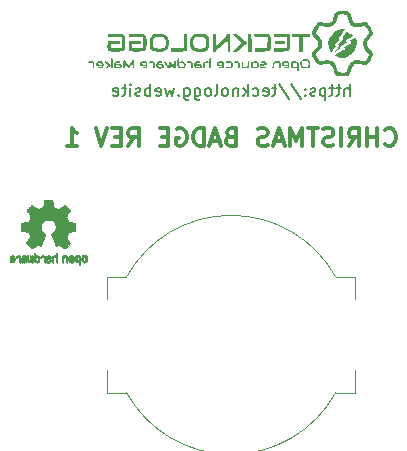
<source format=gbr>
G04 #@! TF.GenerationSoftware,KiCad,Pcbnew,(5.1.6)-1*
G04 #@! TF.CreationDate,2020-11-21T22:09:05+04:00*
G04 #@! TF.ProjectId,christmas-pcb-badge,63687269-7374-46d6-9173-2d7063622d62,rev?*
G04 #@! TF.SameCoordinates,Original*
G04 #@! TF.FileFunction,Legend,Bot*
G04 #@! TF.FilePolarity,Positive*
%FSLAX46Y46*%
G04 Gerber Fmt 4.6, Leading zero omitted, Abs format (unit mm)*
G04 Created by KiCad (PCBNEW (5.1.6)-1) date 2020-11-21 22:09:05*
%MOMM*%
%LPD*%
G01*
G04 APERTURE LIST*
%ADD10C,0.300000*%
%ADD11C,0.150000*%
%ADD12C,0.010000*%
%ADD13C,0.100000*%
%ADD14C,0.120000*%
G04 APERTURE END LIST*
D10*
X152500000Y-91535714D02*
X152571428Y-91607142D01*
X152785714Y-91678571D01*
X152928571Y-91678571D01*
X153142857Y-91607142D01*
X153285714Y-91464285D01*
X153357142Y-91321428D01*
X153428571Y-91035714D01*
X153428571Y-90821428D01*
X153357142Y-90535714D01*
X153285714Y-90392857D01*
X153142857Y-90250000D01*
X152928571Y-90178571D01*
X152785714Y-90178571D01*
X152571428Y-90250000D01*
X152500000Y-90321428D01*
X151857142Y-91678571D02*
X151857142Y-90178571D01*
X151857142Y-90892857D02*
X151000000Y-90892857D01*
X151000000Y-91678571D02*
X151000000Y-90178571D01*
X149428571Y-91678571D02*
X149928571Y-90964285D01*
X150285714Y-91678571D02*
X150285714Y-90178571D01*
X149714285Y-90178571D01*
X149571428Y-90250000D01*
X149500000Y-90321428D01*
X149428571Y-90464285D01*
X149428571Y-90678571D01*
X149500000Y-90821428D01*
X149571428Y-90892857D01*
X149714285Y-90964285D01*
X150285714Y-90964285D01*
X148785714Y-91678571D02*
X148785714Y-90178571D01*
X148142857Y-91607142D02*
X147928571Y-91678571D01*
X147571428Y-91678571D01*
X147428571Y-91607142D01*
X147357142Y-91535714D01*
X147285714Y-91392857D01*
X147285714Y-91250000D01*
X147357142Y-91107142D01*
X147428571Y-91035714D01*
X147571428Y-90964285D01*
X147857142Y-90892857D01*
X148000000Y-90821428D01*
X148071428Y-90750000D01*
X148142857Y-90607142D01*
X148142857Y-90464285D01*
X148071428Y-90321428D01*
X148000000Y-90250000D01*
X147857142Y-90178571D01*
X147500000Y-90178571D01*
X147285714Y-90250000D01*
X146857142Y-90178571D02*
X146000000Y-90178571D01*
X146428571Y-91678571D02*
X146428571Y-90178571D01*
X145500000Y-91678571D02*
X145500000Y-90178571D01*
X145000000Y-91250000D01*
X144500000Y-90178571D01*
X144500000Y-91678571D01*
X143857142Y-91250000D02*
X143142857Y-91250000D01*
X144000000Y-91678571D02*
X143500000Y-90178571D01*
X143000000Y-91678571D01*
X142571428Y-91607142D02*
X142357142Y-91678571D01*
X142000000Y-91678571D01*
X141857142Y-91607142D01*
X141785714Y-91535714D01*
X141714285Y-91392857D01*
X141714285Y-91250000D01*
X141785714Y-91107142D01*
X141857142Y-91035714D01*
X142000000Y-90964285D01*
X142285714Y-90892857D01*
X142428571Y-90821428D01*
X142500000Y-90750000D01*
X142571428Y-90607142D01*
X142571428Y-90464285D01*
X142500000Y-90321428D01*
X142428571Y-90250000D01*
X142285714Y-90178571D01*
X141928571Y-90178571D01*
X141714285Y-90250000D01*
X139428571Y-90892857D02*
X139214285Y-90964285D01*
X139142857Y-91035714D01*
X139071428Y-91178571D01*
X139071428Y-91392857D01*
X139142857Y-91535714D01*
X139214285Y-91607142D01*
X139357142Y-91678571D01*
X139928571Y-91678571D01*
X139928571Y-90178571D01*
X139428571Y-90178571D01*
X139285714Y-90250000D01*
X139214285Y-90321428D01*
X139142857Y-90464285D01*
X139142857Y-90607142D01*
X139214285Y-90750000D01*
X139285714Y-90821428D01*
X139428571Y-90892857D01*
X139928571Y-90892857D01*
X138500000Y-91250000D02*
X137785714Y-91250000D01*
X138642857Y-91678571D02*
X138142857Y-90178571D01*
X137642857Y-91678571D01*
X137142857Y-91678571D02*
X137142857Y-90178571D01*
X136785714Y-90178571D01*
X136571428Y-90250000D01*
X136428571Y-90392857D01*
X136357142Y-90535714D01*
X136285714Y-90821428D01*
X136285714Y-91035714D01*
X136357142Y-91321428D01*
X136428571Y-91464285D01*
X136571428Y-91607142D01*
X136785714Y-91678571D01*
X137142857Y-91678571D01*
X134857142Y-90250000D02*
X135000000Y-90178571D01*
X135214285Y-90178571D01*
X135428571Y-90250000D01*
X135571428Y-90392857D01*
X135642857Y-90535714D01*
X135714285Y-90821428D01*
X135714285Y-91035714D01*
X135642857Y-91321428D01*
X135571428Y-91464285D01*
X135428571Y-91607142D01*
X135214285Y-91678571D01*
X135071428Y-91678571D01*
X134857142Y-91607142D01*
X134785714Y-91535714D01*
X134785714Y-91035714D01*
X135071428Y-91035714D01*
X134142857Y-90892857D02*
X133642857Y-90892857D01*
X133428571Y-91678571D02*
X134142857Y-91678571D01*
X134142857Y-90178571D01*
X133428571Y-90178571D01*
X130785714Y-91678571D02*
X131285714Y-90964285D01*
X131642857Y-91678571D02*
X131642857Y-90178571D01*
X131071428Y-90178571D01*
X130928571Y-90250000D01*
X130857142Y-90321428D01*
X130785714Y-90464285D01*
X130785714Y-90678571D01*
X130857142Y-90821428D01*
X130928571Y-90892857D01*
X131071428Y-90964285D01*
X131642857Y-90964285D01*
X130142857Y-90892857D02*
X129642857Y-90892857D01*
X129428571Y-91678571D02*
X130142857Y-91678571D01*
X130142857Y-90178571D01*
X129428571Y-90178571D01*
X129000000Y-90178571D02*
X128500000Y-91678571D01*
X128000000Y-90178571D01*
X125571428Y-91678571D02*
X126428571Y-91678571D01*
X126000000Y-91678571D02*
X126000000Y-90178571D01*
X126142857Y-90392857D01*
X126285714Y-90535714D01*
X126428571Y-90607142D01*
D11*
X149500000Y-87452380D02*
X149500000Y-86452380D01*
X149071428Y-87452380D02*
X149071428Y-86928571D01*
X149119047Y-86833333D01*
X149214285Y-86785714D01*
X149357142Y-86785714D01*
X149452380Y-86833333D01*
X149500000Y-86880952D01*
X148738095Y-86785714D02*
X148357142Y-86785714D01*
X148595238Y-86452380D02*
X148595238Y-87309523D01*
X148547619Y-87404761D01*
X148452380Y-87452380D01*
X148357142Y-87452380D01*
X148166666Y-86785714D02*
X147785714Y-86785714D01*
X148023809Y-86452380D02*
X148023809Y-87309523D01*
X147976190Y-87404761D01*
X147880952Y-87452380D01*
X147785714Y-87452380D01*
X147452380Y-86785714D02*
X147452380Y-87785714D01*
X147452380Y-86833333D02*
X147357142Y-86785714D01*
X147166666Y-86785714D01*
X147071428Y-86833333D01*
X147023809Y-86880952D01*
X146976190Y-86976190D01*
X146976190Y-87261904D01*
X147023809Y-87357142D01*
X147071428Y-87404761D01*
X147166666Y-87452380D01*
X147357142Y-87452380D01*
X147452380Y-87404761D01*
X146595238Y-87404761D02*
X146500000Y-87452380D01*
X146309523Y-87452380D01*
X146214285Y-87404761D01*
X146166666Y-87309523D01*
X146166666Y-87261904D01*
X146214285Y-87166666D01*
X146309523Y-87119047D01*
X146452380Y-87119047D01*
X146547619Y-87071428D01*
X146595238Y-86976190D01*
X146595238Y-86928571D01*
X146547619Y-86833333D01*
X146452380Y-86785714D01*
X146309523Y-86785714D01*
X146214285Y-86833333D01*
X145738095Y-87357142D02*
X145690476Y-87404761D01*
X145738095Y-87452380D01*
X145785714Y-87404761D01*
X145738095Y-87357142D01*
X145738095Y-87452380D01*
X145738095Y-86833333D02*
X145690476Y-86880952D01*
X145738095Y-86928571D01*
X145785714Y-86880952D01*
X145738095Y-86833333D01*
X145738095Y-86928571D01*
X144547619Y-86404761D02*
X145404761Y-87690476D01*
X143500000Y-86404761D02*
X144357142Y-87690476D01*
X143309523Y-86785714D02*
X142928571Y-86785714D01*
X143166666Y-86452380D02*
X143166666Y-87309523D01*
X143119047Y-87404761D01*
X143023809Y-87452380D01*
X142928571Y-87452380D01*
X142214285Y-87404761D02*
X142309523Y-87452380D01*
X142500000Y-87452380D01*
X142595238Y-87404761D01*
X142642857Y-87309523D01*
X142642857Y-86928571D01*
X142595238Y-86833333D01*
X142500000Y-86785714D01*
X142309523Y-86785714D01*
X142214285Y-86833333D01*
X142166666Y-86928571D01*
X142166666Y-87023809D01*
X142642857Y-87119047D01*
X141309523Y-87404761D02*
X141404761Y-87452380D01*
X141595238Y-87452380D01*
X141690476Y-87404761D01*
X141738095Y-87357142D01*
X141785714Y-87261904D01*
X141785714Y-86976190D01*
X141738095Y-86880952D01*
X141690476Y-86833333D01*
X141595238Y-86785714D01*
X141404761Y-86785714D01*
X141309523Y-86833333D01*
X140880952Y-87452380D02*
X140880952Y-86452380D01*
X140785714Y-87071428D02*
X140500000Y-87452380D01*
X140500000Y-86785714D02*
X140880952Y-87166666D01*
X140071428Y-86785714D02*
X140071428Y-87452380D01*
X140071428Y-86880952D02*
X140023809Y-86833333D01*
X139928571Y-86785714D01*
X139785714Y-86785714D01*
X139690476Y-86833333D01*
X139642857Y-86928571D01*
X139642857Y-87452380D01*
X139023809Y-87452380D02*
X139119047Y-87404761D01*
X139166666Y-87357142D01*
X139214285Y-87261904D01*
X139214285Y-86976190D01*
X139166666Y-86880952D01*
X139119047Y-86833333D01*
X139023809Y-86785714D01*
X138880952Y-86785714D01*
X138785714Y-86833333D01*
X138738095Y-86880952D01*
X138690476Y-86976190D01*
X138690476Y-87261904D01*
X138738095Y-87357142D01*
X138785714Y-87404761D01*
X138880952Y-87452380D01*
X139023809Y-87452380D01*
X138119047Y-87452380D02*
X138214285Y-87404761D01*
X138261904Y-87309523D01*
X138261904Y-86452380D01*
X137595238Y-87452380D02*
X137690476Y-87404761D01*
X137738095Y-87357142D01*
X137785714Y-87261904D01*
X137785714Y-86976190D01*
X137738095Y-86880952D01*
X137690476Y-86833333D01*
X137595238Y-86785714D01*
X137452380Y-86785714D01*
X137357142Y-86833333D01*
X137309523Y-86880952D01*
X137261904Y-86976190D01*
X137261904Y-87261904D01*
X137309523Y-87357142D01*
X137357142Y-87404761D01*
X137452380Y-87452380D01*
X137595238Y-87452380D01*
X136404761Y-86785714D02*
X136404761Y-87595238D01*
X136452380Y-87690476D01*
X136500000Y-87738095D01*
X136595238Y-87785714D01*
X136738095Y-87785714D01*
X136833333Y-87738095D01*
X136404761Y-87404761D02*
X136500000Y-87452380D01*
X136690476Y-87452380D01*
X136785714Y-87404761D01*
X136833333Y-87357142D01*
X136880952Y-87261904D01*
X136880952Y-86976190D01*
X136833333Y-86880952D01*
X136785714Y-86833333D01*
X136690476Y-86785714D01*
X136500000Y-86785714D01*
X136404761Y-86833333D01*
X135500000Y-86785714D02*
X135500000Y-87595238D01*
X135547619Y-87690476D01*
X135595238Y-87738095D01*
X135690476Y-87785714D01*
X135833333Y-87785714D01*
X135928571Y-87738095D01*
X135500000Y-87404761D02*
X135595238Y-87452380D01*
X135785714Y-87452380D01*
X135880952Y-87404761D01*
X135928571Y-87357142D01*
X135976190Y-87261904D01*
X135976190Y-86976190D01*
X135928571Y-86880952D01*
X135880952Y-86833333D01*
X135785714Y-86785714D01*
X135595238Y-86785714D01*
X135500000Y-86833333D01*
X135023809Y-87357142D02*
X134976190Y-87404761D01*
X135023809Y-87452380D01*
X135071428Y-87404761D01*
X135023809Y-87357142D01*
X135023809Y-87452380D01*
X134642857Y-86785714D02*
X134452380Y-87452380D01*
X134261904Y-86976190D01*
X134071428Y-87452380D01*
X133880952Y-86785714D01*
X133119047Y-87404761D02*
X133214285Y-87452380D01*
X133404761Y-87452380D01*
X133500000Y-87404761D01*
X133547619Y-87309523D01*
X133547619Y-86928571D01*
X133500000Y-86833333D01*
X133404761Y-86785714D01*
X133214285Y-86785714D01*
X133119047Y-86833333D01*
X133071428Y-86928571D01*
X133071428Y-87023809D01*
X133547619Y-87119047D01*
X132642857Y-87452380D02*
X132642857Y-86452380D01*
X132642857Y-86833333D02*
X132547619Y-86785714D01*
X132357142Y-86785714D01*
X132261904Y-86833333D01*
X132214285Y-86880952D01*
X132166666Y-86976190D01*
X132166666Y-87261904D01*
X132214285Y-87357142D01*
X132261904Y-87404761D01*
X132357142Y-87452380D01*
X132547619Y-87452380D01*
X132642857Y-87404761D01*
X131785714Y-87404761D02*
X131690476Y-87452380D01*
X131500000Y-87452380D01*
X131404761Y-87404761D01*
X131357142Y-87309523D01*
X131357142Y-87261904D01*
X131404761Y-87166666D01*
X131500000Y-87119047D01*
X131642857Y-87119047D01*
X131738095Y-87071428D01*
X131785714Y-86976190D01*
X131785714Y-86928571D01*
X131738095Y-86833333D01*
X131642857Y-86785714D01*
X131500000Y-86785714D01*
X131404761Y-86833333D01*
X130928571Y-87452380D02*
X130928571Y-86785714D01*
X130928571Y-86452380D02*
X130976190Y-86500000D01*
X130928571Y-86547619D01*
X130880952Y-86500000D01*
X130928571Y-86452380D01*
X130928571Y-86547619D01*
X130595238Y-86785714D02*
X130214285Y-86785714D01*
X130452380Y-86452380D02*
X130452380Y-87309523D01*
X130404761Y-87404761D01*
X130309523Y-87452380D01*
X130214285Y-87452380D01*
X129500000Y-87404761D02*
X129595238Y-87452380D01*
X129785714Y-87452380D01*
X129880952Y-87404761D01*
X129928571Y-87309523D01*
X129928571Y-86928571D01*
X129880952Y-86833333D01*
X129785714Y-86785714D01*
X129595238Y-86785714D01*
X129500000Y-86833333D01*
X129452380Y-86928571D01*
X129452380Y-87023809D01*
X129928571Y-87119047D01*
D12*
G04 #@! TO.C,REF\u002A\u002A*
G36*
X123896090Y-96242348D02*
G01*
X123817546Y-96242778D01*
X123760702Y-96243942D01*
X123721895Y-96246207D01*
X123697462Y-96249940D01*
X123683738Y-96255506D01*
X123677060Y-96263273D01*
X123673764Y-96273605D01*
X123673444Y-96274943D01*
X123668438Y-96299079D01*
X123659171Y-96346701D01*
X123646608Y-96412741D01*
X123631713Y-96492128D01*
X123615449Y-96579796D01*
X123614881Y-96582875D01*
X123598590Y-96668789D01*
X123583348Y-96744696D01*
X123570139Y-96806045D01*
X123559946Y-96848282D01*
X123553752Y-96866855D01*
X123553457Y-96867184D01*
X123535212Y-96876253D01*
X123497595Y-96891367D01*
X123448729Y-96909262D01*
X123448457Y-96909358D01*
X123386907Y-96932493D01*
X123314343Y-96961965D01*
X123245943Y-96991597D01*
X123242706Y-96993062D01*
X123131298Y-97043626D01*
X122884601Y-96875160D01*
X122808923Y-96823803D01*
X122740369Y-96777889D01*
X122682912Y-96740030D01*
X122640524Y-96712837D01*
X122617175Y-96698921D01*
X122614958Y-96697889D01*
X122597990Y-96702484D01*
X122566299Y-96724655D01*
X122518648Y-96765447D01*
X122453802Y-96825905D01*
X122387603Y-96890227D01*
X122323786Y-96953612D01*
X122266671Y-97011451D01*
X122219695Y-97060175D01*
X122186297Y-97096210D01*
X122169915Y-97115984D01*
X122169306Y-97117002D01*
X122167495Y-97130572D01*
X122174317Y-97152733D01*
X122191460Y-97186478D01*
X122220607Y-97234800D01*
X122263445Y-97300692D01*
X122320552Y-97385517D01*
X122371234Y-97460177D01*
X122416539Y-97527140D01*
X122453850Y-97582516D01*
X122480548Y-97622420D01*
X122494015Y-97642962D01*
X122494863Y-97644356D01*
X122493219Y-97664038D01*
X122480755Y-97702293D01*
X122459952Y-97751889D01*
X122452538Y-97767728D01*
X122420186Y-97838290D01*
X122385672Y-97918353D01*
X122357635Y-97987629D01*
X122337432Y-98039045D01*
X122321385Y-98078119D01*
X122312112Y-98098541D01*
X122310959Y-98100114D01*
X122293904Y-98102721D01*
X122253702Y-98109863D01*
X122195698Y-98120523D01*
X122125237Y-98133685D01*
X122047665Y-98148333D01*
X121968328Y-98163449D01*
X121892569Y-98178018D01*
X121825736Y-98191022D01*
X121773172Y-98201445D01*
X121740224Y-98208270D01*
X121732143Y-98210199D01*
X121723795Y-98214962D01*
X121717494Y-98225718D01*
X121712955Y-98246098D01*
X121709896Y-98279734D01*
X121708033Y-98330255D01*
X121707082Y-98401292D01*
X121706760Y-98496476D01*
X121706743Y-98535492D01*
X121706743Y-98852799D01*
X121782943Y-98867839D01*
X121825337Y-98875995D01*
X121888600Y-98887899D01*
X121965038Y-98902116D01*
X122046957Y-98917210D01*
X122069600Y-98921355D01*
X122145194Y-98936053D01*
X122211047Y-98950505D01*
X122261634Y-98963375D01*
X122291426Y-98973322D01*
X122296388Y-98976287D01*
X122308574Y-98997283D01*
X122326047Y-99037967D01*
X122345423Y-99090322D01*
X122349266Y-99101600D01*
X122374661Y-99171523D01*
X122406183Y-99250418D01*
X122437031Y-99321266D01*
X122437183Y-99321595D01*
X122488553Y-99432733D01*
X122319601Y-99681253D01*
X122150648Y-99929772D01*
X122367571Y-100147058D01*
X122433181Y-100211726D01*
X122493021Y-100268733D01*
X122543733Y-100315033D01*
X122581954Y-100347584D01*
X122604325Y-100363343D01*
X122607534Y-100364343D01*
X122626374Y-100356469D01*
X122664820Y-100334578D01*
X122718670Y-100301267D01*
X122783724Y-100259131D01*
X122854060Y-100211943D01*
X122925445Y-100163810D01*
X122989092Y-100121928D01*
X123040959Y-100088871D01*
X123077005Y-100067218D01*
X123093133Y-100059543D01*
X123112811Y-100066037D01*
X123150125Y-100083150D01*
X123197379Y-100107326D01*
X123202388Y-100110013D01*
X123266023Y-100141927D01*
X123309659Y-100157579D01*
X123336798Y-100157745D01*
X123350943Y-100143204D01*
X123351025Y-100143000D01*
X123358095Y-100125779D01*
X123374958Y-100084899D01*
X123400305Y-100023525D01*
X123432829Y-99944819D01*
X123471222Y-99851947D01*
X123514178Y-99748072D01*
X123555778Y-99647502D01*
X123601496Y-99536516D01*
X123643474Y-99433703D01*
X123680452Y-99342215D01*
X123711173Y-99265201D01*
X123734378Y-99205815D01*
X123748810Y-99167209D01*
X123753257Y-99152800D01*
X123742104Y-99136272D01*
X123712931Y-99109930D01*
X123674029Y-99080887D01*
X123563243Y-98989039D01*
X123476649Y-98883759D01*
X123415284Y-98767266D01*
X123380185Y-98641776D01*
X123372392Y-98509507D01*
X123378057Y-98448457D01*
X123408922Y-98321795D01*
X123462080Y-98209941D01*
X123534233Y-98114001D01*
X123622083Y-98035076D01*
X123722335Y-97974270D01*
X123831690Y-97932687D01*
X123946853Y-97911428D01*
X124064525Y-97911599D01*
X124181410Y-97934301D01*
X124294211Y-97980638D01*
X124399631Y-98051713D01*
X124443632Y-98091911D01*
X124528021Y-98195129D01*
X124586778Y-98307925D01*
X124620296Y-98427010D01*
X124628965Y-98549095D01*
X124613177Y-98670893D01*
X124573322Y-98789116D01*
X124509793Y-98900475D01*
X124422979Y-99001684D01*
X124325971Y-99080887D01*
X124285563Y-99111162D01*
X124257018Y-99137219D01*
X124246743Y-99152825D01*
X124252123Y-99169843D01*
X124267425Y-99210500D01*
X124291388Y-99271642D01*
X124322756Y-99350119D01*
X124360268Y-99442780D01*
X124402667Y-99546472D01*
X124444337Y-99647526D01*
X124490310Y-99758607D01*
X124532893Y-99861541D01*
X124570779Y-99953165D01*
X124602660Y-100030316D01*
X124627229Y-100089831D01*
X124643180Y-100128544D01*
X124649090Y-100143000D01*
X124663052Y-100157685D01*
X124690060Y-100157642D01*
X124733587Y-100142099D01*
X124797110Y-100110284D01*
X124797612Y-100110013D01*
X124845440Y-100085323D01*
X124884103Y-100067338D01*
X124905905Y-100059614D01*
X124906867Y-100059543D01*
X124923279Y-100067378D01*
X124959513Y-100089165D01*
X125011526Y-100122328D01*
X125075275Y-100164291D01*
X125145940Y-100211943D01*
X125217884Y-100260191D01*
X125282726Y-100302151D01*
X125336265Y-100335227D01*
X125374303Y-100356821D01*
X125392467Y-100364343D01*
X125409192Y-100354457D01*
X125442820Y-100326826D01*
X125489990Y-100284495D01*
X125547342Y-100230505D01*
X125611516Y-100167899D01*
X125632503Y-100146983D01*
X125849501Y-99929623D01*
X125684332Y-99687220D01*
X125634136Y-99612781D01*
X125590081Y-99545972D01*
X125554638Y-99490665D01*
X125530281Y-99450729D01*
X125519478Y-99430036D01*
X125519162Y-99428563D01*
X125524857Y-99409058D01*
X125540174Y-99369822D01*
X125562463Y-99317430D01*
X125578107Y-99282355D01*
X125607359Y-99215201D01*
X125634906Y-99147358D01*
X125656263Y-99090034D01*
X125662065Y-99072572D01*
X125678548Y-99025938D01*
X125694660Y-98989905D01*
X125703510Y-98976287D01*
X125723040Y-98967952D01*
X125765666Y-98956137D01*
X125825855Y-98942181D01*
X125898078Y-98927422D01*
X125930400Y-98921355D01*
X126012478Y-98906273D01*
X126091205Y-98891669D01*
X126158891Y-98878980D01*
X126207840Y-98869642D01*
X126217057Y-98867839D01*
X126293257Y-98852799D01*
X126293257Y-98535492D01*
X126293086Y-98431154D01*
X126292384Y-98352213D01*
X126290866Y-98295038D01*
X126288251Y-98255999D01*
X126284254Y-98231465D01*
X126278591Y-98217805D01*
X126270980Y-98211389D01*
X126267857Y-98210199D01*
X126249022Y-98205980D01*
X126207412Y-98197562D01*
X126148370Y-98185961D01*
X126077243Y-98172195D01*
X125999375Y-98157280D01*
X125920113Y-98142232D01*
X125844802Y-98128069D01*
X125778787Y-98115806D01*
X125727413Y-98106461D01*
X125696025Y-98101050D01*
X125689041Y-98100114D01*
X125682715Y-98087596D01*
X125668710Y-98054246D01*
X125649645Y-98006377D01*
X125642366Y-97987629D01*
X125613004Y-97915195D01*
X125578429Y-97835170D01*
X125547463Y-97767728D01*
X125524677Y-97716159D01*
X125509518Y-97673785D01*
X125504458Y-97647834D01*
X125505264Y-97644356D01*
X125515959Y-97627936D01*
X125540380Y-97591417D01*
X125575905Y-97538687D01*
X125619913Y-97473635D01*
X125669783Y-97400151D01*
X125679644Y-97385645D01*
X125737508Y-97299704D01*
X125780044Y-97234261D01*
X125808946Y-97186304D01*
X125825910Y-97152820D01*
X125832633Y-97130795D01*
X125830810Y-97117217D01*
X125830764Y-97117131D01*
X125816414Y-97099297D01*
X125784677Y-97064817D01*
X125738990Y-97017268D01*
X125682796Y-96960222D01*
X125619532Y-96897255D01*
X125612398Y-96890227D01*
X125532670Y-96813020D01*
X125471143Y-96756330D01*
X125426579Y-96719110D01*
X125397743Y-96700315D01*
X125385042Y-96697889D01*
X125366506Y-96708471D01*
X125328039Y-96732916D01*
X125273614Y-96768612D01*
X125207202Y-96812947D01*
X125132775Y-96863311D01*
X125115399Y-96875160D01*
X124868703Y-97043626D01*
X124757294Y-96993062D01*
X124689543Y-96963595D01*
X124616817Y-96933959D01*
X124554297Y-96910330D01*
X124551543Y-96909358D01*
X124502640Y-96891457D01*
X124464943Y-96876320D01*
X124446575Y-96867210D01*
X124446544Y-96867184D01*
X124440715Y-96850717D01*
X124430808Y-96810219D01*
X124417805Y-96750242D01*
X124402691Y-96675340D01*
X124386448Y-96590064D01*
X124385119Y-96582875D01*
X124368825Y-96495014D01*
X124353867Y-96415260D01*
X124341209Y-96348681D01*
X124331814Y-96300347D01*
X124326646Y-96275325D01*
X124326556Y-96274943D01*
X124323411Y-96264299D01*
X124317296Y-96256262D01*
X124304547Y-96250467D01*
X124281500Y-96246547D01*
X124244491Y-96244135D01*
X124189856Y-96242865D01*
X124113933Y-96242371D01*
X124013056Y-96242286D01*
X124000000Y-96242286D01*
X123896090Y-96242348D01*
G37*
X123896090Y-96242348D02*
X123817546Y-96242778D01*
X123760702Y-96243942D01*
X123721895Y-96246207D01*
X123697462Y-96249940D01*
X123683738Y-96255506D01*
X123677060Y-96263273D01*
X123673764Y-96273605D01*
X123673444Y-96274943D01*
X123668438Y-96299079D01*
X123659171Y-96346701D01*
X123646608Y-96412741D01*
X123631713Y-96492128D01*
X123615449Y-96579796D01*
X123614881Y-96582875D01*
X123598590Y-96668789D01*
X123583348Y-96744696D01*
X123570139Y-96806045D01*
X123559946Y-96848282D01*
X123553752Y-96866855D01*
X123553457Y-96867184D01*
X123535212Y-96876253D01*
X123497595Y-96891367D01*
X123448729Y-96909262D01*
X123448457Y-96909358D01*
X123386907Y-96932493D01*
X123314343Y-96961965D01*
X123245943Y-96991597D01*
X123242706Y-96993062D01*
X123131298Y-97043626D01*
X122884601Y-96875160D01*
X122808923Y-96823803D01*
X122740369Y-96777889D01*
X122682912Y-96740030D01*
X122640524Y-96712837D01*
X122617175Y-96698921D01*
X122614958Y-96697889D01*
X122597990Y-96702484D01*
X122566299Y-96724655D01*
X122518648Y-96765447D01*
X122453802Y-96825905D01*
X122387603Y-96890227D01*
X122323786Y-96953612D01*
X122266671Y-97011451D01*
X122219695Y-97060175D01*
X122186297Y-97096210D01*
X122169915Y-97115984D01*
X122169306Y-97117002D01*
X122167495Y-97130572D01*
X122174317Y-97152733D01*
X122191460Y-97186478D01*
X122220607Y-97234800D01*
X122263445Y-97300692D01*
X122320552Y-97385517D01*
X122371234Y-97460177D01*
X122416539Y-97527140D01*
X122453850Y-97582516D01*
X122480548Y-97622420D01*
X122494015Y-97642962D01*
X122494863Y-97644356D01*
X122493219Y-97664038D01*
X122480755Y-97702293D01*
X122459952Y-97751889D01*
X122452538Y-97767728D01*
X122420186Y-97838290D01*
X122385672Y-97918353D01*
X122357635Y-97987629D01*
X122337432Y-98039045D01*
X122321385Y-98078119D01*
X122312112Y-98098541D01*
X122310959Y-98100114D01*
X122293904Y-98102721D01*
X122253702Y-98109863D01*
X122195698Y-98120523D01*
X122125237Y-98133685D01*
X122047665Y-98148333D01*
X121968328Y-98163449D01*
X121892569Y-98178018D01*
X121825736Y-98191022D01*
X121773172Y-98201445D01*
X121740224Y-98208270D01*
X121732143Y-98210199D01*
X121723795Y-98214962D01*
X121717494Y-98225718D01*
X121712955Y-98246098D01*
X121709896Y-98279734D01*
X121708033Y-98330255D01*
X121707082Y-98401292D01*
X121706760Y-98496476D01*
X121706743Y-98535492D01*
X121706743Y-98852799D01*
X121782943Y-98867839D01*
X121825337Y-98875995D01*
X121888600Y-98887899D01*
X121965038Y-98902116D01*
X122046957Y-98917210D01*
X122069600Y-98921355D01*
X122145194Y-98936053D01*
X122211047Y-98950505D01*
X122261634Y-98963375D01*
X122291426Y-98973322D01*
X122296388Y-98976287D01*
X122308574Y-98997283D01*
X122326047Y-99037967D01*
X122345423Y-99090322D01*
X122349266Y-99101600D01*
X122374661Y-99171523D01*
X122406183Y-99250418D01*
X122437031Y-99321266D01*
X122437183Y-99321595D01*
X122488553Y-99432733D01*
X122319601Y-99681253D01*
X122150648Y-99929772D01*
X122367571Y-100147058D01*
X122433181Y-100211726D01*
X122493021Y-100268733D01*
X122543733Y-100315033D01*
X122581954Y-100347584D01*
X122604325Y-100363343D01*
X122607534Y-100364343D01*
X122626374Y-100356469D01*
X122664820Y-100334578D01*
X122718670Y-100301267D01*
X122783724Y-100259131D01*
X122854060Y-100211943D01*
X122925445Y-100163810D01*
X122989092Y-100121928D01*
X123040959Y-100088871D01*
X123077005Y-100067218D01*
X123093133Y-100059543D01*
X123112811Y-100066037D01*
X123150125Y-100083150D01*
X123197379Y-100107326D01*
X123202388Y-100110013D01*
X123266023Y-100141927D01*
X123309659Y-100157579D01*
X123336798Y-100157745D01*
X123350943Y-100143204D01*
X123351025Y-100143000D01*
X123358095Y-100125779D01*
X123374958Y-100084899D01*
X123400305Y-100023525D01*
X123432829Y-99944819D01*
X123471222Y-99851947D01*
X123514178Y-99748072D01*
X123555778Y-99647502D01*
X123601496Y-99536516D01*
X123643474Y-99433703D01*
X123680452Y-99342215D01*
X123711173Y-99265201D01*
X123734378Y-99205815D01*
X123748810Y-99167209D01*
X123753257Y-99152800D01*
X123742104Y-99136272D01*
X123712931Y-99109930D01*
X123674029Y-99080887D01*
X123563243Y-98989039D01*
X123476649Y-98883759D01*
X123415284Y-98767266D01*
X123380185Y-98641776D01*
X123372392Y-98509507D01*
X123378057Y-98448457D01*
X123408922Y-98321795D01*
X123462080Y-98209941D01*
X123534233Y-98114001D01*
X123622083Y-98035076D01*
X123722335Y-97974270D01*
X123831690Y-97932687D01*
X123946853Y-97911428D01*
X124064525Y-97911599D01*
X124181410Y-97934301D01*
X124294211Y-97980638D01*
X124399631Y-98051713D01*
X124443632Y-98091911D01*
X124528021Y-98195129D01*
X124586778Y-98307925D01*
X124620296Y-98427010D01*
X124628965Y-98549095D01*
X124613177Y-98670893D01*
X124573322Y-98789116D01*
X124509793Y-98900475D01*
X124422979Y-99001684D01*
X124325971Y-99080887D01*
X124285563Y-99111162D01*
X124257018Y-99137219D01*
X124246743Y-99152825D01*
X124252123Y-99169843D01*
X124267425Y-99210500D01*
X124291388Y-99271642D01*
X124322756Y-99350119D01*
X124360268Y-99442780D01*
X124402667Y-99546472D01*
X124444337Y-99647526D01*
X124490310Y-99758607D01*
X124532893Y-99861541D01*
X124570779Y-99953165D01*
X124602660Y-100030316D01*
X124627229Y-100089831D01*
X124643180Y-100128544D01*
X124649090Y-100143000D01*
X124663052Y-100157685D01*
X124690060Y-100157642D01*
X124733587Y-100142099D01*
X124797110Y-100110284D01*
X124797612Y-100110013D01*
X124845440Y-100085323D01*
X124884103Y-100067338D01*
X124905905Y-100059614D01*
X124906867Y-100059543D01*
X124923279Y-100067378D01*
X124959513Y-100089165D01*
X125011526Y-100122328D01*
X125075275Y-100164291D01*
X125145940Y-100211943D01*
X125217884Y-100260191D01*
X125282726Y-100302151D01*
X125336265Y-100335227D01*
X125374303Y-100356821D01*
X125392467Y-100364343D01*
X125409192Y-100354457D01*
X125442820Y-100326826D01*
X125489990Y-100284495D01*
X125547342Y-100230505D01*
X125611516Y-100167899D01*
X125632503Y-100146983D01*
X125849501Y-99929623D01*
X125684332Y-99687220D01*
X125634136Y-99612781D01*
X125590081Y-99545972D01*
X125554638Y-99490665D01*
X125530281Y-99450729D01*
X125519478Y-99430036D01*
X125519162Y-99428563D01*
X125524857Y-99409058D01*
X125540174Y-99369822D01*
X125562463Y-99317430D01*
X125578107Y-99282355D01*
X125607359Y-99215201D01*
X125634906Y-99147358D01*
X125656263Y-99090034D01*
X125662065Y-99072572D01*
X125678548Y-99025938D01*
X125694660Y-98989905D01*
X125703510Y-98976287D01*
X125723040Y-98967952D01*
X125765666Y-98956137D01*
X125825855Y-98942181D01*
X125898078Y-98927422D01*
X125930400Y-98921355D01*
X126012478Y-98906273D01*
X126091205Y-98891669D01*
X126158891Y-98878980D01*
X126207840Y-98869642D01*
X126217057Y-98867839D01*
X126293257Y-98852799D01*
X126293257Y-98535492D01*
X126293086Y-98431154D01*
X126292384Y-98352213D01*
X126290866Y-98295038D01*
X126288251Y-98255999D01*
X126284254Y-98231465D01*
X126278591Y-98217805D01*
X126270980Y-98211389D01*
X126267857Y-98210199D01*
X126249022Y-98205980D01*
X126207412Y-98197562D01*
X126148370Y-98185961D01*
X126077243Y-98172195D01*
X125999375Y-98157280D01*
X125920113Y-98142232D01*
X125844802Y-98128069D01*
X125778787Y-98115806D01*
X125727413Y-98106461D01*
X125696025Y-98101050D01*
X125689041Y-98100114D01*
X125682715Y-98087596D01*
X125668710Y-98054246D01*
X125649645Y-98006377D01*
X125642366Y-97987629D01*
X125613004Y-97915195D01*
X125578429Y-97835170D01*
X125547463Y-97767728D01*
X125524677Y-97716159D01*
X125509518Y-97673785D01*
X125504458Y-97647834D01*
X125505264Y-97644356D01*
X125515959Y-97627936D01*
X125540380Y-97591417D01*
X125575905Y-97538687D01*
X125619913Y-97473635D01*
X125669783Y-97400151D01*
X125679644Y-97385645D01*
X125737508Y-97299704D01*
X125780044Y-97234261D01*
X125808946Y-97186304D01*
X125825910Y-97152820D01*
X125832633Y-97130795D01*
X125830810Y-97117217D01*
X125830764Y-97117131D01*
X125816414Y-97099297D01*
X125784677Y-97064817D01*
X125738990Y-97017268D01*
X125682796Y-96960222D01*
X125619532Y-96897255D01*
X125612398Y-96890227D01*
X125532670Y-96813020D01*
X125471143Y-96756330D01*
X125426579Y-96719110D01*
X125397743Y-96700315D01*
X125385042Y-96697889D01*
X125366506Y-96708471D01*
X125328039Y-96732916D01*
X125273614Y-96768612D01*
X125207202Y-96812947D01*
X125132775Y-96863311D01*
X125115399Y-96875160D01*
X124868703Y-97043626D01*
X124757294Y-96993062D01*
X124689543Y-96963595D01*
X124616817Y-96933959D01*
X124554297Y-96910330D01*
X124551543Y-96909358D01*
X124502640Y-96891457D01*
X124464943Y-96876320D01*
X124446575Y-96867210D01*
X124446544Y-96867184D01*
X124440715Y-96850717D01*
X124430808Y-96810219D01*
X124417805Y-96750242D01*
X124402691Y-96675340D01*
X124386448Y-96590064D01*
X124385119Y-96582875D01*
X124368825Y-96495014D01*
X124353867Y-96415260D01*
X124341209Y-96348681D01*
X124331814Y-96300347D01*
X124326646Y-96275325D01*
X124326556Y-96274943D01*
X124323411Y-96264299D01*
X124317296Y-96256262D01*
X124304547Y-96250467D01*
X124281500Y-96246547D01*
X124244491Y-96244135D01*
X124189856Y-96242865D01*
X124113933Y-96242371D01*
X124013056Y-96242286D01*
X124000000Y-96242286D01*
X123896090Y-96242348D01*
G36*
X120846405Y-100966966D02*
G01*
X120788979Y-101004497D01*
X120761281Y-101038096D01*
X120739338Y-101099064D01*
X120737595Y-101147308D01*
X120741543Y-101211816D01*
X120890314Y-101276934D01*
X120962651Y-101310202D01*
X121009916Y-101336964D01*
X121034493Y-101360144D01*
X121038763Y-101382667D01*
X121025111Y-101407455D01*
X121010057Y-101423886D01*
X120966254Y-101450235D01*
X120918611Y-101452081D01*
X120874855Y-101431546D01*
X120842711Y-101390752D01*
X120836962Y-101376347D01*
X120809424Y-101331356D01*
X120777742Y-101312182D01*
X120734286Y-101295779D01*
X120734286Y-101357966D01*
X120738128Y-101400283D01*
X120753177Y-101435969D01*
X120784720Y-101476943D01*
X120789408Y-101482267D01*
X120824494Y-101518720D01*
X120854653Y-101538283D01*
X120892385Y-101547283D01*
X120923665Y-101550230D01*
X120979615Y-101550965D01*
X121019445Y-101541660D01*
X121044292Y-101527846D01*
X121083344Y-101497467D01*
X121110375Y-101464613D01*
X121127483Y-101423294D01*
X121136762Y-101367521D01*
X121140307Y-101291305D01*
X121140590Y-101252622D01*
X121139628Y-101206247D01*
X121051993Y-101206247D01*
X121050977Y-101231126D01*
X121048444Y-101235200D01*
X121031726Y-101229665D01*
X120995751Y-101215017D01*
X120947669Y-101194190D01*
X120937614Y-101189714D01*
X120876848Y-101158814D01*
X120843368Y-101131657D01*
X120836010Y-101106220D01*
X120853609Y-101080481D01*
X120868144Y-101069109D01*
X120920590Y-101046364D01*
X120969678Y-101050122D01*
X121010773Y-101077884D01*
X121039242Y-101127152D01*
X121048369Y-101166257D01*
X121051993Y-101206247D01*
X121139628Y-101206247D01*
X121138715Y-101162249D01*
X121131804Y-101095384D01*
X121118116Y-101046695D01*
X121095904Y-101010849D01*
X121063426Y-100982513D01*
X121049267Y-100973355D01*
X120984947Y-100949507D01*
X120914527Y-100948006D01*
X120846405Y-100966966D01*
G37*
X120846405Y-100966966D02*
X120788979Y-101004497D01*
X120761281Y-101038096D01*
X120739338Y-101099064D01*
X120737595Y-101147308D01*
X120741543Y-101211816D01*
X120890314Y-101276934D01*
X120962651Y-101310202D01*
X121009916Y-101336964D01*
X121034493Y-101360144D01*
X121038763Y-101382667D01*
X121025111Y-101407455D01*
X121010057Y-101423886D01*
X120966254Y-101450235D01*
X120918611Y-101452081D01*
X120874855Y-101431546D01*
X120842711Y-101390752D01*
X120836962Y-101376347D01*
X120809424Y-101331356D01*
X120777742Y-101312182D01*
X120734286Y-101295779D01*
X120734286Y-101357966D01*
X120738128Y-101400283D01*
X120753177Y-101435969D01*
X120784720Y-101476943D01*
X120789408Y-101482267D01*
X120824494Y-101518720D01*
X120854653Y-101538283D01*
X120892385Y-101547283D01*
X120923665Y-101550230D01*
X120979615Y-101550965D01*
X121019445Y-101541660D01*
X121044292Y-101527846D01*
X121083344Y-101497467D01*
X121110375Y-101464613D01*
X121127483Y-101423294D01*
X121136762Y-101367521D01*
X121140307Y-101291305D01*
X121140590Y-101252622D01*
X121139628Y-101206247D01*
X121051993Y-101206247D01*
X121050977Y-101231126D01*
X121048444Y-101235200D01*
X121031726Y-101229665D01*
X120995751Y-101215017D01*
X120947669Y-101194190D01*
X120937614Y-101189714D01*
X120876848Y-101158814D01*
X120843368Y-101131657D01*
X120836010Y-101106220D01*
X120853609Y-101080481D01*
X120868144Y-101069109D01*
X120920590Y-101046364D01*
X120969678Y-101050122D01*
X121010773Y-101077884D01*
X121039242Y-101127152D01*
X121048369Y-101166257D01*
X121051993Y-101206247D01*
X121139628Y-101206247D01*
X121138715Y-101162249D01*
X121131804Y-101095384D01*
X121118116Y-101046695D01*
X121095904Y-101010849D01*
X121063426Y-100982513D01*
X121049267Y-100973355D01*
X120984947Y-100949507D01*
X120914527Y-100948006D01*
X120846405Y-100966966D01*
G36*
X121347400Y-100958752D02*
G01*
X121330052Y-100966334D01*
X121288644Y-100999128D01*
X121253235Y-101046547D01*
X121231336Y-101097151D01*
X121227771Y-101122098D01*
X121239721Y-101156927D01*
X121265933Y-101175357D01*
X121294036Y-101186516D01*
X121306905Y-101188572D01*
X121313171Y-101173649D01*
X121325544Y-101141175D01*
X121330972Y-101126502D01*
X121361410Y-101075744D01*
X121405480Y-101050427D01*
X121461990Y-101051206D01*
X121466175Y-101052203D01*
X121496345Y-101066507D01*
X121518524Y-101094393D01*
X121533673Y-101139287D01*
X121542750Y-101204615D01*
X121546714Y-101293804D01*
X121547086Y-101341261D01*
X121547270Y-101416071D01*
X121548478Y-101467069D01*
X121551691Y-101499471D01*
X121557891Y-101518495D01*
X121568060Y-101529356D01*
X121583181Y-101537272D01*
X121584054Y-101537670D01*
X121613172Y-101549981D01*
X121627597Y-101554514D01*
X121629814Y-101540809D01*
X121631711Y-101502925D01*
X121633153Y-101445715D01*
X121634002Y-101374027D01*
X121634171Y-101321565D01*
X121633308Y-101220047D01*
X121629930Y-101143032D01*
X121622858Y-101086023D01*
X121610912Y-101044526D01*
X121592910Y-101014043D01*
X121567673Y-100990080D01*
X121542753Y-100973355D01*
X121482829Y-100951097D01*
X121413089Y-100946076D01*
X121347400Y-100958752D01*
G37*
X121347400Y-100958752D02*
X121330052Y-100966334D01*
X121288644Y-100999128D01*
X121253235Y-101046547D01*
X121231336Y-101097151D01*
X121227771Y-101122098D01*
X121239721Y-101156927D01*
X121265933Y-101175357D01*
X121294036Y-101186516D01*
X121306905Y-101188572D01*
X121313171Y-101173649D01*
X121325544Y-101141175D01*
X121330972Y-101126502D01*
X121361410Y-101075744D01*
X121405480Y-101050427D01*
X121461990Y-101051206D01*
X121466175Y-101052203D01*
X121496345Y-101066507D01*
X121518524Y-101094393D01*
X121533673Y-101139287D01*
X121542750Y-101204615D01*
X121546714Y-101293804D01*
X121547086Y-101341261D01*
X121547270Y-101416071D01*
X121548478Y-101467069D01*
X121551691Y-101499471D01*
X121557891Y-101518495D01*
X121568060Y-101529356D01*
X121583181Y-101537272D01*
X121584054Y-101537670D01*
X121613172Y-101549981D01*
X121627597Y-101554514D01*
X121629814Y-101540809D01*
X121631711Y-101502925D01*
X121633153Y-101445715D01*
X121634002Y-101374027D01*
X121634171Y-101321565D01*
X121633308Y-101220047D01*
X121629930Y-101143032D01*
X121622858Y-101086023D01*
X121610912Y-101044526D01*
X121592910Y-101014043D01*
X121567673Y-100990080D01*
X121542753Y-100973355D01*
X121482829Y-100951097D01*
X121413089Y-100946076D01*
X121347400Y-100958752D01*
G36*
X121855124Y-100956335D02*
G01*
X121813333Y-100975344D01*
X121780531Y-100998378D01*
X121756497Y-101024133D01*
X121739903Y-101057358D01*
X121729423Y-101102800D01*
X121723729Y-101165207D01*
X121721493Y-101249327D01*
X121721257Y-101304721D01*
X121721257Y-101520826D01*
X121758226Y-101537670D01*
X121787344Y-101549981D01*
X121801769Y-101554514D01*
X121804528Y-101541025D01*
X121806718Y-101504653D01*
X121808058Y-101451542D01*
X121808343Y-101409372D01*
X121809566Y-101348447D01*
X121812864Y-101300115D01*
X121817679Y-101270518D01*
X121821504Y-101264229D01*
X121847217Y-101270652D01*
X121887582Y-101287125D01*
X121934321Y-101309458D01*
X121979155Y-101333457D01*
X122013807Y-101354930D01*
X122029998Y-101369685D01*
X122030062Y-101369845D01*
X122028670Y-101397152D01*
X122016182Y-101423219D01*
X121994257Y-101444392D01*
X121962257Y-101451474D01*
X121934908Y-101450649D01*
X121896174Y-101450042D01*
X121875842Y-101459116D01*
X121863631Y-101483092D01*
X121862091Y-101487613D01*
X121856797Y-101521806D01*
X121870953Y-101542568D01*
X121907852Y-101552462D01*
X121947711Y-101554292D01*
X122019438Y-101540727D01*
X122056568Y-101521355D01*
X122102424Y-101475845D01*
X122126744Y-101419983D01*
X122128927Y-101360957D01*
X122108371Y-101305953D01*
X122077451Y-101271486D01*
X122046580Y-101252189D01*
X121998058Y-101227759D01*
X121941515Y-101202985D01*
X121932090Y-101199199D01*
X121869981Y-101171791D01*
X121834178Y-101147634D01*
X121822663Y-101123619D01*
X121833420Y-101096635D01*
X121851886Y-101075543D01*
X121895531Y-101049572D01*
X121943554Y-101047624D01*
X121987594Y-101067637D01*
X122019291Y-101107551D01*
X122023451Y-101117848D01*
X122047673Y-101155724D01*
X122083035Y-101183842D01*
X122127657Y-101206917D01*
X122127657Y-101141485D01*
X122125031Y-101101506D01*
X122113770Y-101069997D01*
X122088801Y-101036378D01*
X122064831Y-101010484D01*
X122027559Y-100973817D01*
X121998599Y-100954121D01*
X121967495Y-100946220D01*
X121932287Y-100944914D01*
X121855124Y-100956335D01*
G37*
X121855124Y-100956335D02*
X121813333Y-100975344D01*
X121780531Y-100998378D01*
X121756497Y-101024133D01*
X121739903Y-101057358D01*
X121729423Y-101102800D01*
X121723729Y-101165207D01*
X121721493Y-101249327D01*
X121721257Y-101304721D01*
X121721257Y-101520826D01*
X121758226Y-101537670D01*
X121787344Y-101549981D01*
X121801769Y-101554514D01*
X121804528Y-101541025D01*
X121806718Y-101504653D01*
X121808058Y-101451542D01*
X121808343Y-101409372D01*
X121809566Y-101348447D01*
X121812864Y-101300115D01*
X121817679Y-101270518D01*
X121821504Y-101264229D01*
X121847217Y-101270652D01*
X121887582Y-101287125D01*
X121934321Y-101309458D01*
X121979155Y-101333457D01*
X122013807Y-101354930D01*
X122029998Y-101369685D01*
X122030062Y-101369845D01*
X122028670Y-101397152D01*
X122016182Y-101423219D01*
X121994257Y-101444392D01*
X121962257Y-101451474D01*
X121934908Y-101450649D01*
X121896174Y-101450042D01*
X121875842Y-101459116D01*
X121863631Y-101483092D01*
X121862091Y-101487613D01*
X121856797Y-101521806D01*
X121870953Y-101542568D01*
X121907852Y-101552462D01*
X121947711Y-101554292D01*
X122019438Y-101540727D01*
X122056568Y-101521355D01*
X122102424Y-101475845D01*
X122126744Y-101419983D01*
X122128927Y-101360957D01*
X122108371Y-101305953D01*
X122077451Y-101271486D01*
X122046580Y-101252189D01*
X121998058Y-101227759D01*
X121941515Y-101202985D01*
X121932090Y-101199199D01*
X121869981Y-101171791D01*
X121834178Y-101147634D01*
X121822663Y-101123619D01*
X121833420Y-101096635D01*
X121851886Y-101075543D01*
X121895531Y-101049572D01*
X121943554Y-101047624D01*
X121987594Y-101067637D01*
X122019291Y-101107551D01*
X122023451Y-101117848D01*
X122047673Y-101155724D01*
X122083035Y-101183842D01*
X122127657Y-101206917D01*
X122127657Y-101141485D01*
X122125031Y-101101506D01*
X122113770Y-101069997D01*
X122088801Y-101036378D01*
X122064831Y-101010484D01*
X122027559Y-100973817D01*
X121998599Y-100954121D01*
X121967495Y-100946220D01*
X121932287Y-100944914D01*
X121855124Y-100956335D01*
G36*
X122220167Y-100958663D02*
G01*
X122217952Y-100996850D01*
X122216216Y-101054886D01*
X122215101Y-101128180D01*
X122214743Y-101205055D01*
X122214743Y-101465196D01*
X122260674Y-101511127D01*
X122292325Y-101539429D01*
X122320110Y-101550893D01*
X122358085Y-101550168D01*
X122373160Y-101548321D01*
X122420274Y-101542948D01*
X122459244Y-101539869D01*
X122468743Y-101539585D01*
X122500767Y-101541445D01*
X122546568Y-101546114D01*
X122564326Y-101548321D01*
X122607943Y-101551735D01*
X122637255Y-101544320D01*
X122666320Y-101521427D01*
X122676812Y-101511127D01*
X122722743Y-101465196D01*
X122722743Y-100978602D01*
X122685774Y-100961758D01*
X122653941Y-100949282D01*
X122635317Y-100944914D01*
X122630542Y-100958718D01*
X122626079Y-100997286D01*
X122622225Y-101056356D01*
X122619278Y-101131663D01*
X122617857Y-101195286D01*
X122613886Y-101445657D01*
X122579241Y-101450556D01*
X122547732Y-101447131D01*
X122532292Y-101436041D01*
X122527977Y-101415308D01*
X122524292Y-101371145D01*
X122521531Y-101309146D01*
X122519988Y-101234909D01*
X122519765Y-101196706D01*
X122519543Y-100976783D01*
X122473834Y-100960849D01*
X122441482Y-100950015D01*
X122423885Y-100944962D01*
X122423377Y-100944914D01*
X122421612Y-100958648D01*
X122419671Y-100996730D01*
X122417718Y-101054482D01*
X122415916Y-101127227D01*
X122414657Y-101195286D01*
X122410686Y-101445657D01*
X122323600Y-101445657D01*
X122319604Y-101217240D01*
X122315608Y-100988822D01*
X122273153Y-100966868D01*
X122241808Y-100951793D01*
X122223256Y-100944951D01*
X122222721Y-100944914D01*
X122220167Y-100958663D01*
G37*
X122220167Y-100958663D02*
X122217952Y-100996850D01*
X122216216Y-101054886D01*
X122215101Y-101128180D01*
X122214743Y-101205055D01*
X122214743Y-101465196D01*
X122260674Y-101511127D01*
X122292325Y-101539429D01*
X122320110Y-101550893D01*
X122358085Y-101550168D01*
X122373160Y-101548321D01*
X122420274Y-101542948D01*
X122459244Y-101539869D01*
X122468743Y-101539585D01*
X122500767Y-101541445D01*
X122546568Y-101546114D01*
X122564326Y-101548321D01*
X122607943Y-101551735D01*
X122637255Y-101544320D01*
X122666320Y-101521427D01*
X122676812Y-101511127D01*
X122722743Y-101465196D01*
X122722743Y-100978602D01*
X122685774Y-100961758D01*
X122653941Y-100949282D01*
X122635317Y-100944914D01*
X122630542Y-100958718D01*
X122626079Y-100997286D01*
X122622225Y-101056356D01*
X122619278Y-101131663D01*
X122617857Y-101195286D01*
X122613886Y-101445657D01*
X122579241Y-101450556D01*
X122547732Y-101447131D01*
X122532292Y-101436041D01*
X122527977Y-101415308D01*
X122524292Y-101371145D01*
X122521531Y-101309146D01*
X122519988Y-101234909D01*
X122519765Y-101196706D01*
X122519543Y-100976783D01*
X122473834Y-100960849D01*
X122441482Y-100950015D01*
X122423885Y-100944962D01*
X122423377Y-100944914D01*
X122421612Y-100958648D01*
X122419671Y-100996730D01*
X122417718Y-101054482D01*
X122415916Y-101127227D01*
X122414657Y-101195286D01*
X122410686Y-101445657D01*
X122323600Y-101445657D01*
X122319604Y-101217240D01*
X122315608Y-100988822D01*
X122273153Y-100966868D01*
X122241808Y-100951793D01*
X122223256Y-100944951D01*
X122222721Y-100944914D01*
X122220167Y-100958663D01*
G36*
X122809883Y-101065358D02*
G01*
X122810067Y-101173837D01*
X122810781Y-101257287D01*
X122812325Y-101319704D01*
X122814999Y-101365085D01*
X122819106Y-101397429D01*
X122824945Y-101420733D01*
X122832818Y-101438995D01*
X122838779Y-101449418D01*
X122888145Y-101505945D01*
X122950736Y-101541377D01*
X123019987Y-101554090D01*
X123089332Y-101542463D01*
X123130625Y-101521568D01*
X123173975Y-101485422D01*
X123203519Y-101441276D01*
X123221345Y-101383462D01*
X123229537Y-101306313D01*
X123230698Y-101249714D01*
X123230542Y-101245647D01*
X123129143Y-101245647D01*
X123128524Y-101310550D01*
X123125686Y-101353514D01*
X123119160Y-101381622D01*
X123107477Y-101401953D01*
X123093517Y-101417288D01*
X123046635Y-101446890D01*
X122996299Y-101449419D01*
X122948724Y-101424705D01*
X122945021Y-101421356D01*
X122929217Y-101403935D01*
X122919307Y-101383209D01*
X122913942Y-101352362D01*
X122911772Y-101304577D01*
X122911429Y-101251748D01*
X122912173Y-101185381D01*
X122915252Y-101141106D01*
X122921939Y-101112009D01*
X122933504Y-101091173D01*
X122942987Y-101080107D01*
X122987040Y-101052198D01*
X123037776Y-101048843D01*
X123086204Y-101070159D01*
X123095550Y-101078073D01*
X123111460Y-101095647D01*
X123121390Y-101116587D01*
X123126722Y-101147782D01*
X123128837Y-101196122D01*
X123129143Y-101245647D01*
X123230542Y-101245647D01*
X123227190Y-101158568D01*
X123215274Y-101090086D01*
X123192865Y-101038600D01*
X123157876Y-100998443D01*
X123130625Y-100977861D01*
X123081093Y-100955625D01*
X123023684Y-100945304D01*
X122970318Y-100948067D01*
X122940457Y-100959212D01*
X122928739Y-100962383D01*
X122920963Y-100950557D01*
X122915535Y-100918866D01*
X122911429Y-100870593D01*
X122906933Y-100816829D01*
X122900687Y-100784482D01*
X122889324Y-100765985D01*
X122869472Y-100753770D01*
X122857000Y-100748362D01*
X122809829Y-100728601D01*
X122809883Y-101065358D01*
G37*
X122809883Y-101065358D02*
X122810067Y-101173837D01*
X122810781Y-101257287D01*
X122812325Y-101319704D01*
X122814999Y-101365085D01*
X122819106Y-101397429D01*
X122824945Y-101420733D01*
X122832818Y-101438995D01*
X122838779Y-101449418D01*
X122888145Y-101505945D01*
X122950736Y-101541377D01*
X123019987Y-101554090D01*
X123089332Y-101542463D01*
X123130625Y-101521568D01*
X123173975Y-101485422D01*
X123203519Y-101441276D01*
X123221345Y-101383462D01*
X123229537Y-101306313D01*
X123230698Y-101249714D01*
X123230542Y-101245647D01*
X123129143Y-101245647D01*
X123128524Y-101310550D01*
X123125686Y-101353514D01*
X123119160Y-101381622D01*
X123107477Y-101401953D01*
X123093517Y-101417288D01*
X123046635Y-101446890D01*
X122996299Y-101449419D01*
X122948724Y-101424705D01*
X122945021Y-101421356D01*
X122929217Y-101403935D01*
X122919307Y-101383209D01*
X122913942Y-101352362D01*
X122911772Y-101304577D01*
X122911429Y-101251748D01*
X122912173Y-101185381D01*
X122915252Y-101141106D01*
X122921939Y-101112009D01*
X122933504Y-101091173D01*
X122942987Y-101080107D01*
X122987040Y-101052198D01*
X123037776Y-101048843D01*
X123086204Y-101070159D01*
X123095550Y-101078073D01*
X123111460Y-101095647D01*
X123121390Y-101116587D01*
X123126722Y-101147782D01*
X123128837Y-101196122D01*
X123129143Y-101245647D01*
X123230542Y-101245647D01*
X123227190Y-101158568D01*
X123215274Y-101090086D01*
X123192865Y-101038600D01*
X123157876Y-100998443D01*
X123130625Y-100977861D01*
X123081093Y-100955625D01*
X123023684Y-100945304D01*
X122970318Y-100948067D01*
X122940457Y-100959212D01*
X122928739Y-100962383D01*
X122920963Y-100950557D01*
X122915535Y-100918866D01*
X122911429Y-100870593D01*
X122906933Y-100816829D01*
X122900687Y-100784482D01*
X122889324Y-100765985D01*
X122869472Y-100753770D01*
X122857000Y-100748362D01*
X122809829Y-100728601D01*
X122809883Y-101065358D01*
G36*
X123470074Y-100949755D02*
G01*
X123404142Y-100974084D01*
X123350727Y-101017117D01*
X123329836Y-101047409D01*
X123307061Y-101102994D01*
X123307534Y-101143186D01*
X123331438Y-101170217D01*
X123340283Y-101174813D01*
X123378470Y-101189144D01*
X123397972Y-101185472D01*
X123404578Y-101161407D01*
X123404914Y-101148114D01*
X123417008Y-101099210D01*
X123448529Y-101064999D01*
X123492341Y-101048476D01*
X123541305Y-101052634D01*
X123581106Y-101074227D01*
X123594550Y-101086544D01*
X123604079Y-101101487D01*
X123610515Y-101124075D01*
X123614683Y-101159328D01*
X123617403Y-101212266D01*
X123619498Y-101287907D01*
X123620040Y-101311857D01*
X123622019Y-101393790D01*
X123624269Y-101451455D01*
X123627643Y-101489608D01*
X123632994Y-101513004D01*
X123641176Y-101526398D01*
X123653041Y-101534545D01*
X123660638Y-101538144D01*
X123692898Y-101550452D01*
X123711889Y-101554514D01*
X123718164Y-101540948D01*
X123721994Y-101499934D01*
X123723400Y-101430999D01*
X123722402Y-101333669D01*
X123722092Y-101318657D01*
X123719899Y-101229859D01*
X123717307Y-101165019D01*
X123713618Y-101119067D01*
X123708136Y-101086935D01*
X123700165Y-101063553D01*
X123689007Y-101043852D01*
X123683170Y-101035410D01*
X123649704Y-100998057D01*
X123612273Y-100969003D01*
X123607691Y-100966467D01*
X123540574Y-100946443D01*
X123470074Y-100949755D01*
G37*
X123470074Y-100949755D02*
X123404142Y-100974084D01*
X123350727Y-101017117D01*
X123329836Y-101047409D01*
X123307061Y-101102994D01*
X123307534Y-101143186D01*
X123331438Y-101170217D01*
X123340283Y-101174813D01*
X123378470Y-101189144D01*
X123397972Y-101185472D01*
X123404578Y-101161407D01*
X123404914Y-101148114D01*
X123417008Y-101099210D01*
X123448529Y-101064999D01*
X123492341Y-101048476D01*
X123541305Y-101052634D01*
X123581106Y-101074227D01*
X123594550Y-101086544D01*
X123604079Y-101101487D01*
X123610515Y-101124075D01*
X123614683Y-101159328D01*
X123617403Y-101212266D01*
X123619498Y-101287907D01*
X123620040Y-101311857D01*
X123622019Y-101393790D01*
X123624269Y-101451455D01*
X123627643Y-101489608D01*
X123632994Y-101513004D01*
X123641176Y-101526398D01*
X123653041Y-101534545D01*
X123660638Y-101538144D01*
X123692898Y-101550452D01*
X123711889Y-101554514D01*
X123718164Y-101540948D01*
X123721994Y-101499934D01*
X123723400Y-101430999D01*
X123722402Y-101333669D01*
X123722092Y-101318657D01*
X123719899Y-101229859D01*
X123717307Y-101165019D01*
X123713618Y-101119067D01*
X123708136Y-101086935D01*
X123700165Y-101063553D01*
X123689007Y-101043852D01*
X123683170Y-101035410D01*
X123649704Y-100998057D01*
X123612273Y-100969003D01*
X123607691Y-100966467D01*
X123540574Y-100946443D01*
X123470074Y-100949755D01*
G36*
X123960256Y-100950968D02*
G01*
X123903384Y-100972087D01*
X123902733Y-100972493D01*
X123867560Y-100998380D01*
X123841593Y-101028633D01*
X123823330Y-101068058D01*
X123811268Y-101121462D01*
X123803904Y-101193651D01*
X123799736Y-101289432D01*
X123799371Y-101303078D01*
X123794124Y-101508842D01*
X123838284Y-101531678D01*
X123870237Y-101547110D01*
X123889530Y-101554423D01*
X123890422Y-101554514D01*
X123893761Y-101541022D01*
X123896413Y-101504626D01*
X123898044Y-101451452D01*
X123898400Y-101408393D01*
X123898408Y-101338641D01*
X123901597Y-101294837D01*
X123912712Y-101273944D01*
X123936499Y-101272925D01*
X123977704Y-101288741D01*
X124039914Y-101317815D01*
X124085659Y-101341963D01*
X124109187Y-101362913D01*
X124116104Y-101385747D01*
X124116114Y-101386877D01*
X124104701Y-101426212D01*
X124070908Y-101447462D01*
X124019191Y-101450539D01*
X123981939Y-101450006D01*
X123962297Y-101460735D01*
X123950048Y-101486505D01*
X123942998Y-101519337D01*
X123953158Y-101537966D01*
X123956983Y-101540632D01*
X123992999Y-101551340D01*
X124043434Y-101552856D01*
X124095374Y-101545759D01*
X124132178Y-101532788D01*
X124183062Y-101489585D01*
X124211986Y-101429446D01*
X124217714Y-101382462D01*
X124213343Y-101340082D01*
X124197525Y-101305488D01*
X124166203Y-101274763D01*
X124115322Y-101243990D01*
X124040824Y-101209252D01*
X124036286Y-101207288D01*
X123969179Y-101176287D01*
X123927768Y-101150862D01*
X123910019Y-101128014D01*
X123913893Y-101104745D01*
X123937357Y-101078056D01*
X123944373Y-101071914D01*
X123991370Y-101048100D01*
X124040067Y-101049103D01*
X124082478Y-101072451D01*
X124110616Y-101115675D01*
X124113231Y-101124160D01*
X124138692Y-101165308D01*
X124170999Y-101185128D01*
X124217714Y-101204770D01*
X124217714Y-101153950D01*
X124203504Y-101080082D01*
X124161325Y-101012327D01*
X124139376Y-100989661D01*
X124089483Y-100960569D01*
X124026033Y-100947400D01*
X123960256Y-100950968D01*
G37*
X123960256Y-100950968D02*
X123903384Y-100972087D01*
X123902733Y-100972493D01*
X123867560Y-100998380D01*
X123841593Y-101028633D01*
X123823330Y-101068058D01*
X123811268Y-101121462D01*
X123803904Y-101193651D01*
X123799736Y-101289432D01*
X123799371Y-101303078D01*
X123794124Y-101508842D01*
X123838284Y-101531678D01*
X123870237Y-101547110D01*
X123889530Y-101554423D01*
X123890422Y-101554514D01*
X123893761Y-101541022D01*
X123896413Y-101504626D01*
X123898044Y-101451452D01*
X123898400Y-101408393D01*
X123898408Y-101338641D01*
X123901597Y-101294837D01*
X123912712Y-101273944D01*
X123936499Y-101272925D01*
X123977704Y-101288741D01*
X124039914Y-101317815D01*
X124085659Y-101341963D01*
X124109187Y-101362913D01*
X124116104Y-101385747D01*
X124116114Y-101386877D01*
X124104701Y-101426212D01*
X124070908Y-101447462D01*
X124019191Y-101450539D01*
X123981939Y-101450006D01*
X123962297Y-101460735D01*
X123950048Y-101486505D01*
X123942998Y-101519337D01*
X123953158Y-101537966D01*
X123956983Y-101540632D01*
X123992999Y-101551340D01*
X124043434Y-101552856D01*
X124095374Y-101545759D01*
X124132178Y-101532788D01*
X124183062Y-101489585D01*
X124211986Y-101429446D01*
X124217714Y-101382462D01*
X124213343Y-101340082D01*
X124197525Y-101305488D01*
X124166203Y-101274763D01*
X124115322Y-101243990D01*
X124040824Y-101209252D01*
X124036286Y-101207288D01*
X123969179Y-101176287D01*
X123927768Y-101150862D01*
X123910019Y-101128014D01*
X123913893Y-101104745D01*
X123937357Y-101078056D01*
X123944373Y-101071914D01*
X123991370Y-101048100D01*
X124040067Y-101049103D01*
X124082478Y-101072451D01*
X124110616Y-101115675D01*
X124113231Y-101124160D01*
X124138692Y-101165308D01*
X124170999Y-101185128D01*
X124217714Y-101204770D01*
X124217714Y-101153950D01*
X124203504Y-101080082D01*
X124161325Y-101012327D01*
X124139376Y-100989661D01*
X124089483Y-100960569D01*
X124026033Y-100947400D01*
X123960256Y-100950968D01*
G36*
X124624114Y-100851289D02*
G01*
X124619861Y-100910613D01*
X124614975Y-100945572D01*
X124608205Y-100960820D01*
X124598298Y-100961015D01*
X124595086Y-100959195D01*
X124552356Y-100946015D01*
X124496773Y-100946785D01*
X124440263Y-100960333D01*
X124404918Y-100977861D01*
X124368679Y-101005861D01*
X124342187Y-101037549D01*
X124324001Y-101077813D01*
X124312678Y-101131543D01*
X124306778Y-101203626D01*
X124304857Y-101298951D01*
X124304823Y-101317237D01*
X124304800Y-101522646D01*
X124350509Y-101538580D01*
X124382973Y-101549420D01*
X124400785Y-101554468D01*
X124401309Y-101554514D01*
X124403063Y-101540828D01*
X124404556Y-101503076D01*
X124405674Y-101446224D01*
X124406303Y-101375234D01*
X124406400Y-101332073D01*
X124406602Y-101246973D01*
X124407642Y-101185981D01*
X124410169Y-101144177D01*
X124414836Y-101116642D01*
X124422293Y-101098456D01*
X124433189Y-101084698D01*
X124439993Y-101078073D01*
X124486728Y-101051375D01*
X124537728Y-101049375D01*
X124583999Y-101071955D01*
X124592556Y-101080107D01*
X124605107Y-101095436D01*
X124613812Y-101113618D01*
X124619369Y-101139909D01*
X124622474Y-101179562D01*
X124623824Y-101237832D01*
X124624114Y-101318173D01*
X124624114Y-101522646D01*
X124669823Y-101538580D01*
X124702287Y-101549420D01*
X124720099Y-101554468D01*
X124720623Y-101554514D01*
X124721963Y-101540623D01*
X124723172Y-101501439D01*
X124724199Y-101440700D01*
X124724998Y-101362141D01*
X124725519Y-101269498D01*
X124725714Y-101166509D01*
X124725714Y-100769342D01*
X124678543Y-100749444D01*
X124631371Y-100729547D01*
X124624114Y-100851289D01*
G37*
X124624114Y-100851289D02*
X124619861Y-100910613D01*
X124614975Y-100945572D01*
X124608205Y-100960820D01*
X124598298Y-100961015D01*
X124595086Y-100959195D01*
X124552356Y-100946015D01*
X124496773Y-100946785D01*
X124440263Y-100960333D01*
X124404918Y-100977861D01*
X124368679Y-101005861D01*
X124342187Y-101037549D01*
X124324001Y-101077813D01*
X124312678Y-101131543D01*
X124306778Y-101203626D01*
X124304857Y-101298951D01*
X124304823Y-101317237D01*
X124304800Y-101522646D01*
X124350509Y-101538580D01*
X124382973Y-101549420D01*
X124400785Y-101554468D01*
X124401309Y-101554514D01*
X124403063Y-101540828D01*
X124404556Y-101503076D01*
X124405674Y-101446224D01*
X124406303Y-101375234D01*
X124406400Y-101332073D01*
X124406602Y-101246973D01*
X124407642Y-101185981D01*
X124410169Y-101144177D01*
X124414836Y-101116642D01*
X124422293Y-101098456D01*
X124433189Y-101084698D01*
X124439993Y-101078073D01*
X124486728Y-101051375D01*
X124537728Y-101049375D01*
X124583999Y-101071955D01*
X124592556Y-101080107D01*
X124605107Y-101095436D01*
X124613812Y-101113618D01*
X124619369Y-101139909D01*
X124622474Y-101179562D01*
X124623824Y-101237832D01*
X124624114Y-101318173D01*
X124624114Y-101522646D01*
X124669823Y-101538580D01*
X124702287Y-101549420D01*
X124720099Y-101554468D01*
X124720623Y-101554514D01*
X124721963Y-101540623D01*
X124723172Y-101501439D01*
X124724199Y-101440700D01*
X124724998Y-101362141D01*
X124725519Y-101269498D01*
X124725714Y-101166509D01*
X124725714Y-100769342D01*
X124678543Y-100749444D01*
X124631371Y-100729547D01*
X124624114Y-100851289D01*
G36*
X125831697Y-100931239D02*
G01*
X125774473Y-100969735D01*
X125730251Y-101025335D01*
X125703833Y-101096086D01*
X125698490Y-101148162D01*
X125699097Y-101169893D01*
X125704178Y-101186531D01*
X125718145Y-101201437D01*
X125745411Y-101217973D01*
X125790388Y-101239498D01*
X125857489Y-101269374D01*
X125857829Y-101269524D01*
X125919593Y-101297813D01*
X125970241Y-101322933D01*
X126004596Y-101342179D01*
X126017482Y-101352848D01*
X126017486Y-101352934D01*
X126006128Y-101376166D01*
X125979569Y-101401774D01*
X125949077Y-101420221D01*
X125933630Y-101423886D01*
X125891485Y-101411212D01*
X125855192Y-101379471D01*
X125837483Y-101344572D01*
X125820448Y-101318845D01*
X125787078Y-101289546D01*
X125747851Y-101264235D01*
X125713244Y-101250471D01*
X125706007Y-101249714D01*
X125697861Y-101262160D01*
X125697370Y-101293972D01*
X125703357Y-101336866D01*
X125714643Y-101382558D01*
X125730050Y-101422761D01*
X125730829Y-101424322D01*
X125777196Y-101489062D01*
X125837289Y-101533097D01*
X125905535Y-101554711D01*
X125976362Y-101552185D01*
X126044196Y-101523804D01*
X126047212Y-101521808D01*
X126100573Y-101473448D01*
X126135660Y-101410352D01*
X126155078Y-101327387D01*
X126157684Y-101304078D01*
X126162299Y-101194055D01*
X126156767Y-101142748D01*
X126017486Y-101142748D01*
X126015676Y-101174753D01*
X126005778Y-101184093D01*
X125981102Y-101177105D01*
X125942205Y-101160587D01*
X125898725Y-101139881D01*
X125897644Y-101139333D01*
X125860791Y-101119949D01*
X125846000Y-101107013D01*
X125849647Y-101093451D01*
X125865005Y-101075632D01*
X125904077Y-101049845D01*
X125946154Y-101047950D01*
X125983897Y-101066717D01*
X126009966Y-101102915D01*
X126017486Y-101142748D01*
X126156767Y-101142748D01*
X126152806Y-101106027D01*
X126128450Y-101036212D01*
X126094544Y-100987302D01*
X126033347Y-100937878D01*
X125965937Y-100913359D01*
X125897120Y-100911797D01*
X125831697Y-100931239D01*
G37*
X125831697Y-100931239D02*
X125774473Y-100969735D01*
X125730251Y-101025335D01*
X125703833Y-101096086D01*
X125698490Y-101148162D01*
X125699097Y-101169893D01*
X125704178Y-101186531D01*
X125718145Y-101201437D01*
X125745411Y-101217973D01*
X125790388Y-101239498D01*
X125857489Y-101269374D01*
X125857829Y-101269524D01*
X125919593Y-101297813D01*
X125970241Y-101322933D01*
X126004596Y-101342179D01*
X126017482Y-101352848D01*
X126017486Y-101352934D01*
X126006128Y-101376166D01*
X125979569Y-101401774D01*
X125949077Y-101420221D01*
X125933630Y-101423886D01*
X125891485Y-101411212D01*
X125855192Y-101379471D01*
X125837483Y-101344572D01*
X125820448Y-101318845D01*
X125787078Y-101289546D01*
X125747851Y-101264235D01*
X125713244Y-101250471D01*
X125706007Y-101249714D01*
X125697861Y-101262160D01*
X125697370Y-101293972D01*
X125703357Y-101336866D01*
X125714643Y-101382558D01*
X125730050Y-101422761D01*
X125730829Y-101424322D01*
X125777196Y-101489062D01*
X125837289Y-101533097D01*
X125905535Y-101554711D01*
X125976362Y-101552185D01*
X126044196Y-101523804D01*
X126047212Y-101521808D01*
X126100573Y-101473448D01*
X126135660Y-101410352D01*
X126155078Y-101327387D01*
X126157684Y-101304078D01*
X126162299Y-101194055D01*
X126156767Y-101142748D01*
X126017486Y-101142748D01*
X126015676Y-101174753D01*
X126005778Y-101184093D01*
X125981102Y-101177105D01*
X125942205Y-101160587D01*
X125898725Y-101139881D01*
X125897644Y-101139333D01*
X125860791Y-101119949D01*
X125846000Y-101107013D01*
X125849647Y-101093451D01*
X125865005Y-101075632D01*
X125904077Y-101049845D01*
X125946154Y-101047950D01*
X125983897Y-101066717D01*
X126009966Y-101102915D01*
X126017486Y-101142748D01*
X126156767Y-101142748D01*
X126152806Y-101106027D01*
X126128450Y-101036212D01*
X126094544Y-100987302D01*
X126033347Y-100937878D01*
X125965937Y-100913359D01*
X125897120Y-100911797D01*
X125831697Y-100931239D01*
G36*
X126958885Y-100921962D02*
G01*
X126890855Y-100957733D01*
X126840649Y-101015301D01*
X126822815Y-101052312D01*
X126808937Y-101107882D01*
X126801833Y-101178096D01*
X126801160Y-101254727D01*
X126806573Y-101329552D01*
X126817730Y-101394342D01*
X126834286Y-101440873D01*
X126839374Y-101448887D01*
X126899645Y-101508707D01*
X126971231Y-101544535D01*
X127048908Y-101555020D01*
X127127452Y-101538810D01*
X127149311Y-101529092D01*
X127191878Y-101499143D01*
X127229237Y-101459433D01*
X127232768Y-101454397D01*
X127247119Y-101430124D01*
X127256606Y-101404178D01*
X127262210Y-101370022D01*
X127264914Y-101321119D01*
X127265701Y-101250935D01*
X127265714Y-101235200D01*
X127265678Y-101230192D01*
X127120571Y-101230192D01*
X127119727Y-101296430D01*
X127116404Y-101340386D01*
X127109417Y-101368779D01*
X127097584Y-101388325D01*
X127091543Y-101394857D01*
X127056814Y-101419680D01*
X127023097Y-101418548D01*
X126989005Y-101397016D01*
X126968671Y-101374029D01*
X126956629Y-101340478D01*
X126949866Y-101287569D01*
X126949402Y-101281399D01*
X126948248Y-101185513D01*
X126960312Y-101114299D01*
X126985430Y-101068194D01*
X127023440Y-101047635D01*
X127037008Y-101046514D01*
X127072636Y-101052152D01*
X127097006Y-101071686D01*
X127111907Y-101109042D01*
X127119125Y-101168150D01*
X127120571Y-101230192D01*
X127265678Y-101230192D01*
X127265174Y-101160413D01*
X127262904Y-101108159D01*
X127257932Y-101071949D01*
X127249287Y-101045299D01*
X127235995Y-101021722D01*
X127233057Y-101017338D01*
X127183687Y-100958249D01*
X127129891Y-100923947D01*
X127064398Y-100910331D01*
X127042158Y-100909665D01*
X126958885Y-100921962D01*
G37*
X126958885Y-100921962D02*
X126890855Y-100957733D01*
X126840649Y-101015301D01*
X126822815Y-101052312D01*
X126808937Y-101107882D01*
X126801833Y-101178096D01*
X126801160Y-101254727D01*
X126806573Y-101329552D01*
X126817730Y-101394342D01*
X126834286Y-101440873D01*
X126839374Y-101448887D01*
X126899645Y-101508707D01*
X126971231Y-101544535D01*
X127048908Y-101555020D01*
X127127452Y-101538810D01*
X127149311Y-101529092D01*
X127191878Y-101499143D01*
X127229237Y-101459433D01*
X127232768Y-101454397D01*
X127247119Y-101430124D01*
X127256606Y-101404178D01*
X127262210Y-101370022D01*
X127264914Y-101321119D01*
X127265701Y-101250935D01*
X127265714Y-101235200D01*
X127265678Y-101230192D01*
X127120571Y-101230192D01*
X127119727Y-101296430D01*
X127116404Y-101340386D01*
X127109417Y-101368779D01*
X127097584Y-101388325D01*
X127091543Y-101394857D01*
X127056814Y-101419680D01*
X127023097Y-101418548D01*
X126989005Y-101397016D01*
X126968671Y-101374029D01*
X126956629Y-101340478D01*
X126949866Y-101287569D01*
X126949402Y-101281399D01*
X126948248Y-101185513D01*
X126960312Y-101114299D01*
X126985430Y-101068194D01*
X127023440Y-101047635D01*
X127037008Y-101046514D01*
X127072636Y-101052152D01*
X127097006Y-101071686D01*
X127111907Y-101109042D01*
X127119125Y-101168150D01*
X127120571Y-101230192D01*
X127265678Y-101230192D01*
X127265174Y-101160413D01*
X127262904Y-101108159D01*
X127257932Y-101071949D01*
X127249287Y-101045299D01*
X127235995Y-101021722D01*
X127233057Y-101017338D01*
X127183687Y-100958249D01*
X127129891Y-100923947D01*
X127064398Y-100910331D01*
X127042158Y-100909665D01*
X126958885Y-100921962D01*
G36*
X125283907Y-100927780D02*
G01*
X125237328Y-100954723D01*
X125204943Y-100981466D01*
X125181258Y-101009484D01*
X125164941Y-101043748D01*
X125154661Y-101089227D01*
X125149086Y-101150892D01*
X125146884Y-101233711D01*
X125146629Y-101293246D01*
X125146629Y-101512391D01*
X125208314Y-101540044D01*
X125270000Y-101567697D01*
X125277257Y-101327670D01*
X125280256Y-101238028D01*
X125283402Y-101172962D01*
X125287299Y-101128026D01*
X125292553Y-101098770D01*
X125299769Y-101080748D01*
X125309550Y-101069511D01*
X125312688Y-101067079D01*
X125360239Y-101048083D01*
X125408303Y-101055600D01*
X125436914Y-101075543D01*
X125448553Y-101089675D01*
X125456609Y-101108220D01*
X125461729Y-101136334D01*
X125464559Y-101179173D01*
X125465744Y-101241895D01*
X125465943Y-101307261D01*
X125465982Y-101389268D01*
X125467386Y-101447316D01*
X125472086Y-101486465D01*
X125482013Y-101511780D01*
X125499097Y-101528323D01*
X125525268Y-101541156D01*
X125560225Y-101554491D01*
X125598404Y-101569007D01*
X125593859Y-101311389D01*
X125592029Y-101218519D01*
X125589888Y-101149889D01*
X125586819Y-101100711D01*
X125582206Y-101066198D01*
X125575432Y-101041562D01*
X125565881Y-101022016D01*
X125554366Y-101004770D01*
X125498810Y-100949680D01*
X125431020Y-100917822D01*
X125357287Y-100910191D01*
X125283907Y-100927780D01*
G37*
X125283907Y-100927780D02*
X125237328Y-100954723D01*
X125204943Y-100981466D01*
X125181258Y-101009484D01*
X125164941Y-101043748D01*
X125154661Y-101089227D01*
X125149086Y-101150892D01*
X125146884Y-101233711D01*
X125146629Y-101293246D01*
X125146629Y-101512391D01*
X125208314Y-101540044D01*
X125270000Y-101567697D01*
X125277257Y-101327670D01*
X125280256Y-101238028D01*
X125283402Y-101172962D01*
X125287299Y-101128026D01*
X125292553Y-101098770D01*
X125299769Y-101080748D01*
X125309550Y-101069511D01*
X125312688Y-101067079D01*
X125360239Y-101048083D01*
X125408303Y-101055600D01*
X125436914Y-101075543D01*
X125448553Y-101089675D01*
X125456609Y-101108220D01*
X125461729Y-101136334D01*
X125464559Y-101179173D01*
X125465744Y-101241895D01*
X125465943Y-101307261D01*
X125465982Y-101389268D01*
X125467386Y-101447316D01*
X125472086Y-101486465D01*
X125482013Y-101511780D01*
X125499097Y-101528323D01*
X125525268Y-101541156D01*
X125560225Y-101554491D01*
X125598404Y-101569007D01*
X125593859Y-101311389D01*
X125592029Y-101218519D01*
X125589888Y-101149889D01*
X125586819Y-101100711D01*
X125582206Y-101066198D01*
X125575432Y-101041562D01*
X125565881Y-101022016D01*
X125554366Y-101004770D01*
X125498810Y-100949680D01*
X125431020Y-100917822D01*
X125357287Y-100910191D01*
X125283907Y-100927780D01*
G36*
X126400256Y-100919918D02*
G01*
X126344799Y-100947568D01*
X126295852Y-100998480D01*
X126282371Y-101017338D01*
X126267686Y-101042015D01*
X126258158Y-101068816D01*
X126252707Y-101104587D01*
X126250253Y-101156169D01*
X126249714Y-101224267D01*
X126252148Y-101317588D01*
X126260606Y-101387657D01*
X126276826Y-101439931D01*
X126302546Y-101479869D01*
X126339503Y-101512929D01*
X126342218Y-101514886D01*
X126378640Y-101534908D01*
X126422498Y-101544815D01*
X126478276Y-101547257D01*
X126568952Y-101547257D01*
X126568990Y-101635283D01*
X126569834Y-101684308D01*
X126574976Y-101713065D01*
X126588413Y-101730311D01*
X126614142Y-101744808D01*
X126620321Y-101747769D01*
X126649236Y-101761648D01*
X126671624Y-101770414D01*
X126688271Y-101771171D01*
X126699964Y-101761023D01*
X126707490Y-101737073D01*
X126711634Y-101696426D01*
X126713185Y-101636186D01*
X126712929Y-101553455D01*
X126711651Y-101445339D01*
X126711252Y-101413000D01*
X126709815Y-101301524D01*
X126708528Y-101228603D01*
X126569029Y-101228603D01*
X126568245Y-101290499D01*
X126564760Y-101330997D01*
X126556876Y-101357708D01*
X126542895Y-101378244D01*
X126533403Y-101388260D01*
X126494596Y-101417567D01*
X126460237Y-101419952D01*
X126424784Y-101395750D01*
X126423886Y-101394857D01*
X126409461Y-101376153D01*
X126400687Y-101350732D01*
X126396261Y-101311584D01*
X126394882Y-101251697D01*
X126394857Y-101238430D01*
X126398188Y-101155901D01*
X126409031Y-101098691D01*
X126428660Y-101063766D01*
X126458350Y-101048094D01*
X126475509Y-101046514D01*
X126516234Y-101053926D01*
X126544168Y-101078330D01*
X126560983Y-101122980D01*
X126568350Y-101191130D01*
X126569029Y-101228603D01*
X126708528Y-101228603D01*
X126708292Y-101215245D01*
X126706323Y-101150333D01*
X126703550Y-101102958D01*
X126699612Y-101069290D01*
X126694151Y-101045498D01*
X126686808Y-101027753D01*
X126677223Y-101012224D01*
X126673113Y-101006381D01*
X126618595Y-100951185D01*
X126549664Y-100919890D01*
X126469928Y-100911165D01*
X126400256Y-100919918D01*
G37*
X126400256Y-100919918D02*
X126344799Y-100947568D01*
X126295852Y-100998480D01*
X126282371Y-101017338D01*
X126267686Y-101042015D01*
X126258158Y-101068816D01*
X126252707Y-101104587D01*
X126250253Y-101156169D01*
X126249714Y-101224267D01*
X126252148Y-101317588D01*
X126260606Y-101387657D01*
X126276826Y-101439931D01*
X126302546Y-101479869D01*
X126339503Y-101512929D01*
X126342218Y-101514886D01*
X126378640Y-101534908D01*
X126422498Y-101544815D01*
X126478276Y-101547257D01*
X126568952Y-101547257D01*
X126568990Y-101635283D01*
X126569834Y-101684308D01*
X126574976Y-101713065D01*
X126588413Y-101730311D01*
X126614142Y-101744808D01*
X126620321Y-101747769D01*
X126649236Y-101761648D01*
X126671624Y-101770414D01*
X126688271Y-101771171D01*
X126699964Y-101761023D01*
X126707490Y-101737073D01*
X126711634Y-101696426D01*
X126713185Y-101636186D01*
X126712929Y-101553455D01*
X126711651Y-101445339D01*
X126711252Y-101413000D01*
X126709815Y-101301524D01*
X126708528Y-101228603D01*
X126569029Y-101228603D01*
X126568245Y-101290499D01*
X126564760Y-101330997D01*
X126556876Y-101357708D01*
X126542895Y-101378244D01*
X126533403Y-101388260D01*
X126494596Y-101417567D01*
X126460237Y-101419952D01*
X126424784Y-101395750D01*
X126423886Y-101394857D01*
X126409461Y-101376153D01*
X126400687Y-101350732D01*
X126396261Y-101311584D01*
X126394882Y-101251697D01*
X126394857Y-101238430D01*
X126398188Y-101155901D01*
X126409031Y-101098691D01*
X126428660Y-101063766D01*
X126458350Y-101048094D01*
X126475509Y-101046514D01*
X126516234Y-101053926D01*
X126544168Y-101078330D01*
X126560983Y-101122980D01*
X126568350Y-101191130D01*
X126569029Y-101228603D01*
X126708528Y-101228603D01*
X126708292Y-101215245D01*
X126706323Y-101150333D01*
X126703550Y-101102958D01*
X126699612Y-101069290D01*
X126694151Y-101045498D01*
X126686808Y-101027753D01*
X126677223Y-101012224D01*
X126673113Y-101006381D01*
X126618595Y-100951185D01*
X126549664Y-100919890D01*
X126469928Y-100911165D01*
X126400256Y-100919918D01*
D13*
G04 #@! TO.C,e*
G36*
X148867094Y-81787166D02*
G01*
X148566347Y-81855405D01*
X148299481Y-81987969D01*
X148073915Y-82174221D01*
X147897067Y-82403529D01*
X147776354Y-82665258D01*
X147719196Y-82948774D01*
X147733011Y-83243443D01*
X147762518Y-83370585D01*
X147808615Y-83508710D01*
X147857205Y-83623530D01*
X147883272Y-83669092D01*
X147915687Y-83704060D01*
X147950512Y-83705007D01*
X148001723Y-83663052D01*
X148083294Y-83569310D01*
X148130086Y-83512214D01*
X148243796Y-83366581D01*
X148304476Y-83271874D01*
X148315897Y-83220334D01*
X148281830Y-83204198D01*
X148279742Y-83204180D01*
X148235070Y-83179263D01*
X148245892Y-83112216D01*
X148306154Y-83014588D01*
X148409800Y-82897932D01*
X148469844Y-82841536D01*
X148587103Y-82732989D01*
X148649728Y-82661278D01*
X148667025Y-82612431D01*
X148648734Y-82572989D01*
X148631816Y-82534811D01*
X148642506Y-82480338D01*
X148687232Y-82396356D01*
X148772423Y-82269651D01*
X148846573Y-82166334D01*
X148950152Y-82021106D01*
X149032781Y-81900180D01*
X149084312Y-81818719D01*
X149096463Y-81792943D01*
X149059772Y-81780802D01*
X148964881Y-81779901D01*
X148867094Y-81787166D01*
G37*
G36*
X149185332Y-82044778D02*
G01*
X149148206Y-82098252D01*
X149080625Y-82195011D01*
X149017690Y-82284895D01*
X148941678Y-82406321D01*
X148915054Y-82481082D01*
X148925809Y-82500725D01*
X148973170Y-82548288D01*
X148952885Y-82633155D01*
X148867313Y-82750562D01*
X148739147Y-82877672D01*
X148624157Y-82988845D01*
X148559806Y-83068406D01*
X148552917Y-83107765D01*
X148555385Y-83109056D01*
X148601935Y-83158398D01*
X148584585Y-83246728D01*
X148502241Y-83377526D01*
X148450024Y-83443528D01*
X148333111Y-83589439D01*
X148262620Y-83687215D01*
X148242266Y-83731556D01*
X148246705Y-83733624D01*
X148285676Y-83714253D01*
X148376752Y-83664485D01*
X148501203Y-83594577D01*
X148517394Y-83585376D01*
X148657935Y-83498908D01*
X148728407Y-83438081D01*
X148734448Y-83397889D01*
X148731784Y-83394870D01*
X148694923Y-83338840D01*
X148706816Y-83282182D01*
X148775036Y-83215911D01*
X148907154Y-83131039D01*
X148996867Y-83080295D01*
X149144519Y-82997248D01*
X149230946Y-82941545D01*
X149267009Y-82902133D01*
X149263565Y-82867960D01*
X149237883Y-82834991D01*
X149195816Y-82762307D01*
X149197212Y-82716317D01*
X149243612Y-82677581D01*
X149343535Y-82612671D01*
X149478258Y-82533502D01*
X149527900Y-82505872D01*
X149665560Y-82427282D01*
X149770293Y-82361700D01*
X149825533Y-82319737D01*
X149830110Y-82312305D01*
X149794464Y-82278241D01*
X149704217Y-82228006D01*
X149580823Y-82170502D01*
X149445732Y-82114627D01*
X149320394Y-82069283D01*
X149226262Y-82043370D01*
X149185332Y-82044778D01*
G37*
G36*
X149772333Y-82597510D02*
G01*
X149632442Y-82679392D01*
X149561558Y-82739022D01*
X149552846Y-82784444D01*
X149586495Y-82816237D01*
X149626127Y-82866496D01*
X149599310Y-82931376D01*
X149502567Y-83014968D01*
X149332422Y-83121363D01*
X149322245Y-83127173D01*
X149171138Y-83217188D01*
X149084469Y-83280508D01*
X149052829Y-83325320D01*
X149061379Y-83354037D01*
X149088990Y-83405537D01*
X149076822Y-83457883D01*
X149016497Y-83519450D01*
X148899636Y-83598613D01*
X148717859Y-83703748D01*
X148703505Y-83711732D01*
X148497457Y-83826015D01*
X148355157Y-83907398D01*
X148269645Y-83963857D01*
X148233963Y-84003367D01*
X148241151Y-84033906D01*
X148284251Y-84063450D01*
X148356303Y-84099975D01*
X148362180Y-84102962D01*
X148524193Y-84160794D01*
X148726284Y-84198200D01*
X148937855Y-84212732D01*
X149128309Y-84201938D01*
X149244437Y-84173610D01*
X149525171Y-84024731D01*
X149757697Y-83826123D01*
X149936309Y-83589175D01*
X150055301Y-83325274D01*
X150108967Y-83045808D01*
X150091602Y-82762167D01*
X150040777Y-82584233D01*
X149999008Y-82474737D01*
X149772333Y-82597510D01*
G37*
G36*
X143216077Y-83081672D02*
G01*
X144073633Y-83081672D01*
X144073633Y-82795819D01*
X143216077Y-82795819D01*
X143216077Y-83081672D01*
G37*
G36*
X129045980Y-82466948D02*
G01*
X129648311Y-82478249D01*
X130250643Y-82489549D01*
X130262651Y-82857073D01*
X130269902Y-83078632D01*
X130266879Y-83231306D01*
X130241928Y-83327871D01*
X130183397Y-83381103D01*
X130079634Y-83403779D01*
X129918986Y-83408673D01*
X129759832Y-83408360D01*
X129290996Y-83408360D01*
X129290996Y-83081672D01*
X130026045Y-83081672D01*
X130026045Y-82795819D01*
X129564598Y-82795819D01*
X129319878Y-82800577D01*
X129152153Y-82814731D01*
X129063295Y-82838100D01*
X129054147Y-82844823D01*
X129027750Y-82914166D01*
X129010930Y-83052847D01*
X129005144Y-83245016D01*
X129011137Y-83440187D01*
X129028141Y-83577739D01*
X129054147Y-83645209D01*
X129114468Y-83665216D01*
X129238037Y-83680017D01*
X129406596Y-83689619D01*
X129601888Y-83694024D01*
X129805654Y-83693238D01*
X129999636Y-83687265D01*
X130165578Y-83676110D01*
X130285221Y-83659777D01*
X130332315Y-83644889D01*
X130402622Y-83598033D01*
X130452106Y-83541872D01*
X130484414Y-83462049D01*
X130503192Y-83344205D01*
X130512089Y-83173983D01*
X130514751Y-82937026D01*
X130514778Y-82926587D01*
X130514757Y-82706573D01*
X130511756Y-82552859D01*
X130503225Y-82450074D01*
X130486613Y-82382847D01*
X130459367Y-82335808D01*
X130418938Y-82293585D01*
X130408024Y-82283419D01*
X130363568Y-82245253D01*
X130316552Y-82218264D01*
X130252777Y-82200520D01*
X130158043Y-82190085D01*
X130018149Y-82185025D01*
X129818895Y-82183405D01*
X129672975Y-82183279D01*
X129045980Y-82183279D01*
X129045980Y-82466948D01*
G37*
G36*
X130809551Y-82315996D02*
G01*
X130822347Y-82448713D01*
X132027009Y-82471315D01*
X132027009Y-83408360D01*
X131087781Y-83408360D01*
X131087781Y-83084851D01*
X131445096Y-83073052D01*
X131802411Y-83061254D01*
X131815207Y-82928537D01*
X131828004Y-82795819D01*
X131379560Y-82795819D01*
X131190844Y-82797992D01*
X131028540Y-82803869D01*
X130912463Y-82812496D01*
X130866523Y-82820606D01*
X130834982Y-82847653D01*
X130815329Y-82909447D01*
X130805130Y-83021058D01*
X130801954Y-83197552D01*
X130801929Y-83220799D01*
X130807605Y-83427342D01*
X130823921Y-83571502D01*
X130849808Y-83644024D01*
X130850932Y-83645209D01*
X130915328Y-83668385D01*
X131042524Y-83684427D01*
X131213979Y-83693547D01*
X131411153Y-83695962D01*
X131615506Y-83691885D01*
X131808497Y-83681531D01*
X131971585Y-83665114D01*
X132086230Y-83642849D01*
X132117864Y-83630557D01*
X132195056Y-83579856D01*
X132249009Y-83515910D01*
X132283736Y-83424183D01*
X132303249Y-83290139D01*
X132311560Y-83099244D01*
X132312861Y-82924145D01*
X132311912Y-82715297D01*
X132307074Y-82570731D01*
X132295358Y-82473062D01*
X132273777Y-82404905D01*
X132239345Y-82348875D01*
X132207141Y-82308920D01*
X132101421Y-82183279D01*
X130796754Y-82183279D01*
X130809551Y-82315996D01*
G37*
G36*
X135457234Y-83408360D02*
G01*
X134354662Y-83408360D01*
X134354662Y-83694212D01*
X134999871Y-83694212D01*
X135282905Y-83691546D01*
X135489090Y-83683331D01*
X135623079Y-83669236D01*
X135689528Y-83648935D01*
X135694083Y-83645209D01*
X135714316Y-83592096D01*
X135728925Y-83475568D01*
X135738251Y-83290365D01*
X135742635Y-83031229D01*
X135743086Y-82889742D01*
X135743086Y-82183279D01*
X135457234Y-82183279D01*
X135457234Y-83408360D01*
G37*
G36*
X140398729Y-82938531D02*
G01*
X140000409Y-83314357D01*
X139602090Y-83690183D01*
X139807292Y-83692197D01*
X139900744Y-83690892D01*
X139973350Y-83677957D01*
X140042356Y-83643091D01*
X140125010Y-83575995D01*
X140238557Y-83466367D01*
X140316720Y-83387942D01*
X140492294Y-83221308D01*
X140623980Y-83118851D01*
X140710195Y-83081789D01*
X140713849Y-83081672D01*
X140777053Y-83069103D01*
X140802841Y-83015846D01*
X140806752Y-82938746D01*
X140798582Y-82841509D01*
X140763965Y-82801836D01*
X140713849Y-82795819D01*
X140630383Y-82762678D01*
X140501352Y-82664069D01*
X140328339Y-82501211D01*
X140316720Y-82489549D01*
X140178567Y-82352515D01*
X140080219Y-82263893D01*
X140004916Y-82213180D01*
X139935899Y-82189874D01*
X139856409Y-82183473D01*
X139827986Y-82183279D01*
X139643477Y-82183279D01*
X140398729Y-82938531D01*
G37*
G36*
X140929260Y-83694212D02*
G01*
X141216955Y-83694212D01*
X141205824Y-82948955D01*
X141194694Y-82203697D01*
X140929260Y-82178105D01*
X140929260Y-83694212D01*
G37*
G36*
X141480546Y-82448713D02*
G01*
X142022950Y-82460117D01*
X142565353Y-82471520D01*
X142542283Y-83387942D01*
X142001205Y-83399336D01*
X141460128Y-83410730D01*
X141460128Y-83694212D01*
X142001205Y-83692577D01*
X142262332Y-83688363D01*
X142451936Y-83676930D01*
X142579923Y-83657365D01*
X142648944Y-83632972D01*
X142731848Y-83571882D01*
X142789615Y-83484993D01*
X142825433Y-83359475D01*
X142842492Y-83182498D01*
X142843983Y-82941235D01*
X142841938Y-82856731D01*
X142835208Y-82652391D01*
X142826563Y-82512927D01*
X142812256Y-82421565D01*
X142788543Y-82361529D01*
X142751678Y-82316045D01*
X142713558Y-82281744D01*
X142663819Y-82242626D01*
X142611115Y-82215516D01*
X142540151Y-82198221D01*
X142435627Y-82188547D01*
X142282246Y-82184301D01*
X142064710Y-82183288D01*
X142026968Y-82183279D01*
X141454954Y-82183279D01*
X141480546Y-82448713D01*
G37*
G36*
X143093569Y-82469131D02*
G01*
X144196141Y-82469131D01*
X144196141Y-82874152D01*
X144193737Y-83053903D01*
X144187273Y-83207097D01*
X144177871Y-83312491D01*
X144171354Y-83343766D01*
X144149210Y-83370862D01*
X144098623Y-83389349D01*
X144006630Y-83400746D01*
X143860268Y-83406573D01*
X143646575Y-83408347D01*
X143620068Y-83408360D01*
X143093569Y-83408360D01*
X143093569Y-83694212D01*
X143614228Y-83691623D01*
X143819120Y-83688092D01*
X143999801Y-83680338D01*
X144137593Y-83669480D01*
X144213814Y-83656632D01*
X144216559Y-83655607D01*
X144298612Y-83616337D01*
X144357977Y-83567457D01*
X144397962Y-83496332D01*
X144421872Y-83390326D01*
X144433016Y-83236803D01*
X144434700Y-83023129D01*
X144432043Y-82832230D01*
X144420739Y-82203697D01*
X143757154Y-82192477D01*
X143093569Y-82181256D01*
X143093569Y-82469131D01*
G37*
G36*
X144665755Y-82448713D02*
G01*
X145257877Y-82472709D01*
X145257877Y-83694212D01*
X145543729Y-83694212D01*
X145543729Y-82472709D01*
X145839791Y-82460711D01*
X146135852Y-82448713D01*
X146161444Y-82183279D01*
X144640163Y-82183279D01*
X144665755Y-82448713D01*
G37*
G36*
X133112079Y-82181070D02*
G01*
X132896690Y-82239664D01*
X132742273Y-82345043D01*
X132642251Y-82503454D01*
X132590048Y-82721143D01*
X132578295Y-82938746D01*
X132594817Y-83191470D01*
X132648315Y-83382324D01*
X132744695Y-83524966D01*
X132874602Y-83624362D01*
X133017146Y-83677929D01*
X133208631Y-83711413D01*
X133418384Y-83722953D01*
X133615731Y-83710687D01*
X133756935Y-83677922D01*
X133963846Y-83561462D01*
X134111191Y-83390913D01*
X134197140Y-83169945D01*
X134219866Y-82902233D01*
X134218260Y-82882199D01*
X133935480Y-82882199D01*
X133931311Y-83104906D01*
X133885639Y-83264803D01*
X133790550Y-83369294D01*
X133638126Y-83425782D01*
X133420453Y-83441671D01*
X133339561Y-83439557D01*
X133179211Y-83429657D01*
X133076545Y-83411695D01*
X133007575Y-83378060D01*
X132948315Y-83321137D01*
X132941410Y-83313185D01*
X132872267Y-83186205D01*
X132840105Y-83025352D01*
X132842086Y-82851818D01*
X132875368Y-82686793D01*
X132937114Y-82551467D01*
X133024482Y-82467032D01*
X133056483Y-82454461D01*
X133145384Y-82441340D01*
X133284019Y-82432066D01*
X133423365Y-82428853D01*
X133583322Y-82433513D01*
X133689568Y-82452872D01*
X133769687Y-82493798D01*
X133809022Y-82524884D01*
X133873052Y-82591135D01*
X133909755Y-82668814D01*
X133928735Y-82785055D01*
X133935480Y-82882199D01*
X134218260Y-82882199D01*
X134209211Y-82769333D01*
X134160354Y-82543427D01*
X134072495Y-82376262D01*
X133937241Y-82261586D01*
X133746196Y-82193148D01*
X133490966Y-82164697D01*
X133395016Y-82163017D01*
X133112079Y-82181070D01*
G37*
G36*
X136542311Y-82181008D02*
G01*
X136326981Y-82239611D01*
X136172687Y-82344909D01*
X136072869Y-82503145D01*
X136020965Y-82720559D01*
X136009525Y-82938746D01*
X136024845Y-83183695D01*
X136074484Y-83367885D01*
X136165474Y-83507532D01*
X136304247Y-83618484D01*
X136427371Y-83666949D01*
X136602435Y-83702164D01*
X136800382Y-83721346D01*
X136992153Y-83721714D01*
X137148692Y-83700485D01*
X137151929Y-83699647D01*
X137355577Y-83618501D01*
X137501009Y-83493329D01*
X137593112Y-83316544D01*
X137636771Y-83080558D01*
X137641961Y-82938746D01*
X137641092Y-82926518D01*
X137376527Y-82926518D01*
X137362119Y-83134877D01*
X137312340Y-83281996D01*
X137217353Y-83376229D01*
X137067321Y-83425926D01*
X136852410Y-83439443D01*
X136774555Y-83437717D01*
X136607585Y-83427214D01*
X136498632Y-83406051D01*
X136424166Y-83368058D01*
X136387959Y-83336334D01*
X136335189Y-83265727D01*
X136303108Y-83168779D01*
X136284932Y-83021673D01*
X136280981Y-82960765D01*
X136274697Y-82808457D01*
X136281781Y-82711320D01*
X136309158Y-82643106D01*
X136363755Y-82577570D01*
X136388792Y-82552192D01*
X136457953Y-82488864D01*
X136524257Y-82451817D01*
X136612332Y-82434060D01*
X136746803Y-82428602D01*
X136825241Y-82428295D01*
X136987732Y-82430706D01*
X137093023Y-82442441D01*
X137165546Y-82470252D01*
X137229733Y-82520890D01*
X137257160Y-82547662D01*
X137323859Y-82623429D01*
X137359834Y-82699939D01*
X137374284Y-82806379D01*
X137376527Y-82926518D01*
X137641092Y-82926518D01*
X137622841Y-82669934D01*
X137561093Y-82465309D01*
X137450135Y-82318617D01*
X137283386Y-82223606D01*
X137054264Y-82174023D01*
X136825241Y-82162861D01*
X136542311Y-82181008D01*
G37*
G36*
X139279445Y-82163051D02*
G01*
X139229115Y-82189930D01*
X139159532Y-82246135D01*
X139062013Y-82338858D01*
X138927877Y-82475288D01*
X138748440Y-82662616D01*
X138703697Y-82709613D01*
X138213665Y-83224598D01*
X138202271Y-82703938D01*
X138190877Y-82183279D01*
X137907395Y-82183279D01*
X137907395Y-82894993D01*
X137908504Y-83160991D01*
X137912476Y-83357029D01*
X137920277Y-83494794D01*
X137932874Y-83585975D01*
X137951234Y-83642262D01*
X137971566Y-83670877D01*
X138033924Y-83722500D01*
X138063447Y-83735941D01*
X138099296Y-83708210D01*
X138181962Y-83630633D01*
X138301964Y-83512532D01*
X138449818Y-83363226D01*
X138603493Y-83205073D01*
X138768784Y-83035086D01*
X138915100Y-82887591D01*
X139032933Y-82771929D01*
X139112777Y-82697442D01*
X139144570Y-82673311D01*
X139155458Y-82711567D01*
X139164453Y-82816027D01*
X139170686Y-82971229D01*
X139173285Y-83161712D01*
X139173311Y-83183762D01*
X139173311Y-83694212D01*
X139418328Y-83694212D01*
X139418328Y-82943115D01*
X139417389Y-82671938D01*
X139414014Y-82471806D01*
X139407364Y-82332106D01*
X139396600Y-82242225D01*
X139380881Y-82191553D01*
X139359369Y-82169477D01*
X139357074Y-82168512D01*
X139319204Y-82158308D01*
X139279445Y-82163051D01*
G37*
G36*
X127439094Y-84515842D02*
G01*
X127386222Y-84535489D01*
X127378391Y-84577247D01*
X127379286Y-84582395D01*
X127411242Y-84630382D01*
X127495565Y-84657061D01*
X127586460Y-84666305D01*
X127780064Y-84678751D01*
X127780064Y-84901112D01*
X127785664Y-85035797D01*
X127805291Y-85104781D01*
X127841318Y-85123472D01*
X127875757Y-85105681D01*
X127894855Y-85042142D01*
X127902151Y-84917606D01*
X127902572Y-84859475D01*
X127893805Y-84689982D01*
X127857312Y-84585869D01*
X127777801Y-84531794D01*
X127639981Y-84512418D01*
X127555156Y-84510932D01*
X127439094Y-84515842D01*
G37*
G36*
X128220829Y-84518768D02*
G01*
X128104067Y-84553205D01*
X128044612Y-84625276D01*
X128025132Y-84732280D01*
X128049239Y-84836019D01*
X128074083Y-84870289D01*
X128145202Y-84905097D01*
X128249460Y-84920137D01*
X128358166Y-84916286D01*
X128442626Y-84894424D01*
X128474276Y-84858038D01*
X128442714Y-84812374D01*
X128342560Y-84796837D01*
X128333760Y-84796784D01*
X128222999Y-84781624D01*
X128162687Y-84743690D01*
X128165286Y-84694300D01*
X128193401Y-84669281D01*
X128273168Y-84645919D01*
X128372186Y-84643220D01*
X128450018Y-84657526D01*
X128488157Y-84698578D01*
X128504336Y-84790561D01*
X128507251Y-84827411D01*
X128519808Y-85000964D01*
X128354116Y-85000964D01*
X128239656Y-85010794D01*
X128191834Y-85043489D01*
X128188424Y-85062218D01*
X128223409Y-85102889D01*
X128310256Y-85123122D01*
X128421800Y-85123101D01*
X128530879Y-85103013D01*
X128610330Y-85063044D01*
X128614285Y-85059301D01*
X128663447Y-84962284D01*
X128679207Y-84827487D01*
X128662352Y-84690920D01*
X128613670Y-84588589D01*
X128603778Y-84578515D01*
X128506932Y-84532878D01*
X128367415Y-84512361D01*
X128220829Y-84518768D01*
G37*
G36*
X128787265Y-84516468D02*
G01*
X128775789Y-84534486D01*
X128816012Y-84580288D01*
X128900454Y-84656254D01*
X129061197Y-84798175D01*
X128902375Y-84960824D01*
X128814217Y-85053134D01*
X128778717Y-85101614D01*
X128790958Y-85120361D01*
X128845643Y-85123472D01*
X128951552Y-85087481D01*
X129082331Y-84983577D01*
X129109156Y-84956702D01*
X129270578Y-84789932D01*
X129110640Y-84650432D01*
X128982550Y-84558852D01*
X128869805Y-84514642D01*
X128845206Y-84512632D01*
X128787265Y-84516468D01*
G37*
G36*
X129336233Y-84271292D02*
G01*
X129312603Y-84297047D01*
X129299027Y-84357620D01*
X129292755Y-84467451D01*
X129291037Y-84640979D01*
X129290996Y-84694694D01*
X129292020Y-84885978D01*
X129296926Y-85010037D01*
X129308464Y-85081310D01*
X129329384Y-85114238D01*
X129362437Y-85123260D01*
X129372668Y-85123472D01*
X129409103Y-85118096D01*
X129432734Y-85092341D01*
X129446310Y-85031768D01*
X129452582Y-84921937D01*
X129454300Y-84748409D01*
X129454340Y-84694694D01*
X129453316Y-84503411D01*
X129448411Y-84379352D01*
X129436873Y-84308078D01*
X129415953Y-84275150D01*
X129382900Y-84266128D01*
X129372668Y-84265916D01*
X129336233Y-84271292D01*
G37*
G36*
X129737624Y-84522399D02*
G01*
X129639132Y-84566172D01*
X129590507Y-84656306D01*
X129576878Y-84806858D01*
X129576848Y-84817202D01*
X129588274Y-84968832D01*
X129632452Y-85061403D01*
X129724233Y-85108368D01*
X129878468Y-85123182D01*
X129914941Y-85123472D01*
X130064352Y-85106294D01*
X130161284Y-85049887D01*
X130169121Y-85041634D01*
X130218059Y-84942898D01*
X130198483Y-84848576D01*
X130123096Y-84771665D01*
X130004603Y-84725163D01*
X129856645Y-84721937D01*
X129774034Y-84752356D01*
X129759651Y-84798591D01*
X129806957Y-84843597D01*
X129909408Y-84870331D01*
X129913746Y-84870712D01*
X130028362Y-84895082D01*
X130066871Y-84943522D01*
X130066881Y-84944523D01*
X130046225Y-84983322D01*
X129973126Y-84996174D01*
X129893328Y-84993103D01*
X129783713Y-84980267D01*
X129731093Y-84949632D01*
X129710820Y-84881245D01*
X129706536Y-84841902D01*
X129713127Y-84725501D01*
X129768987Y-84660441D01*
X129886478Y-84635437D01*
X129934164Y-84634065D01*
X130036001Y-84617882D01*
X130066881Y-84572186D01*
X130040346Y-84529911D01*
X129952041Y-84512214D01*
X129900852Y-84510932D01*
X129737624Y-84522399D01*
G37*
G36*
X131157902Y-84351673D02*
G01*
X131083695Y-84449861D01*
X130986531Y-84606052D01*
X130906869Y-84734593D01*
X130842668Y-84830457D01*
X130805447Y-84876646D01*
X130801929Y-84878456D01*
X130772493Y-84846010D01*
X130713445Y-84760003D01*
X130636302Y-84637433D01*
X130617327Y-84606052D01*
X130514468Y-84441309D01*
X130442080Y-84347808D01*
X130394938Y-84327635D01*
X130367817Y-84382875D01*
X130355494Y-84515616D01*
X130352733Y-84711709D01*
X130354888Y-84904293D01*
X130362596Y-85028253D01*
X130377718Y-85096558D01*
X130402115Y-85122173D01*
X130411853Y-85123472D01*
X130451146Y-85095685D01*
X130474755Y-85004937D01*
X130483316Y-84909083D01*
X130495659Y-84694694D01*
X130577331Y-84831883D01*
X130651780Y-84947988D01*
X130724593Y-85048453D01*
X130731098Y-85056481D01*
X130785802Y-85116011D01*
X130822664Y-85113830D01*
X130867140Y-85062218D01*
X130927970Y-84976097D01*
X131003392Y-84858658D01*
X131028577Y-84817202D01*
X131126068Y-84653858D01*
X131127342Y-84888665D01*
X131133254Y-85027776D01*
X131151778Y-85100932D01*
X131186979Y-85123402D01*
X131189871Y-85123472D01*
X131218333Y-85110039D01*
X131236649Y-85060811D01*
X131246808Y-84962397D01*
X131250805Y-84801406D01*
X131251125Y-84711709D01*
X131247911Y-84504610D01*
X131234785Y-84376961D01*
X131206524Y-84326678D01*
X131157902Y-84351673D01*
G37*
G36*
X131924742Y-84519723D02*
G01*
X131847853Y-84554495D01*
X131798656Y-84613022D01*
X131755717Y-84692288D01*
X131762155Y-84754840D01*
X131800118Y-84819433D01*
X131859011Y-84887478D01*
X131935489Y-84912990D01*
X132036447Y-84911314D01*
X132158915Y-84889929D01*
X132216162Y-84855861D01*
X132204225Y-84820079D01*
X132119138Y-84793555D01*
X132080585Y-84789191D01*
X131965169Y-84765366D01*
X131925014Y-84718198D01*
X131924919Y-84715112D01*
X131951892Y-84672520D01*
X132041303Y-84654970D01*
X132088263Y-84653858D01*
X132251607Y-84653858D01*
X132251607Y-84817202D01*
X132246912Y-84922248D01*
X132218069Y-84971094D01*
X132142939Y-84989185D01*
X132098472Y-84993220D01*
X131984529Y-85017551D01*
X131945338Y-85064401D01*
X131945337Y-85064683D01*
X131980578Y-85101351D01*
X132067140Y-85121175D01*
X132176285Y-85123453D01*
X132279272Y-85107482D01*
X132345530Y-85074469D01*
X132373483Y-85007847D01*
X132391226Y-84891231D01*
X132394533Y-84810472D01*
X132382915Y-84662951D01*
X132338262Y-84572457D01*
X132245873Y-84526171D01*
X132091050Y-84511273D01*
X132051053Y-84510932D01*
X131924742Y-84519723D01*
G37*
G36*
X132585967Y-84516276D02*
G01*
X132531664Y-84538465D01*
X132517111Y-84586737D01*
X132517041Y-84592604D01*
X132529065Y-84643643D01*
X132578991Y-84667777D01*
X132687602Y-84674245D01*
X132700803Y-84674276D01*
X132884565Y-84674276D01*
X132884565Y-84898874D01*
X132888110Y-85028669D01*
X132903437Y-85096285D01*
X132937585Y-85121077D01*
X132966238Y-85123472D01*
X133013436Y-85113724D01*
X133038023Y-85071574D01*
X133047038Y-84977669D01*
X133047910Y-84898874D01*
X133029943Y-84713701D01*
X132970363Y-84593674D01*
X132860651Y-84529269D01*
X132700803Y-84510932D01*
X132585967Y-84516276D01*
G37*
G36*
X133423668Y-84512724D02*
G01*
X133310855Y-84532427D01*
X133229268Y-84568894D01*
X133176208Y-84650539D01*
X133150567Y-84776479D01*
X133153927Y-84913530D01*
X133187870Y-85028508D01*
X133206045Y-85055942D01*
X133292394Y-85105754D01*
X133423654Y-85126844D01*
X133568586Y-85120015D01*
X133695951Y-85086069D01*
X133762690Y-85041634D01*
X133811628Y-84942898D01*
X133792052Y-84848576D01*
X133716665Y-84771665D01*
X133598172Y-84725163D01*
X133450214Y-84721937D01*
X133367603Y-84752356D01*
X133353220Y-84798591D01*
X133400526Y-84843597D01*
X133502977Y-84870331D01*
X133507315Y-84870712D01*
X133621931Y-84895082D01*
X133660440Y-84943522D01*
X133660450Y-84944523D01*
X133639794Y-84983322D01*
X133566695Y-84996174D01*
X133486897Y-84993103D01*
X133378199Y-84981577D01*
X133328185Y-84952675D01*
X133314066Y-84883302D01*
X133313344Y-84817202D01*
X133317234Y-84714617D01*
X133344097Y-84665602D01*
X133416722Y-84647058D01*
X133486897Y-84641301D01*
X133610800Y-84620168D01*
X133659373Y-84579174D01*
X133660450Y-84569838D01*
X133625222Y-84531488D01*
X133537376Y-84512430D01*
X133423668Y-84512724D01*
G37*
G36*
X133825173Y-84537093D02*
G01*
X133823794Y-84555057D01*
X133847813Y-84621483D01*
X133909243Y-84727165D01*
X133992143Y-84849522D01*
X134080574Y-84965972D01*
X134158594Y-85053933D01*
X134199188Y-85086848D01*
X134303317Y-85114295D01*
X134370644Y-85070106D01*
X134395469Y-84958166D01*
X134395498Y-84953122D01*
X134395498Y-84821045D01*
X134550355Y-84972259D01*
X134650080Y-85066705D01*
X134710308Y-85111804D01*
X134748250Y-85116985D01*
X134776634Y-85096248D01*
X134790329Y-85044424D01*
X134800106Y-84934661D01*
X134803858Y-84790673D01*
X134803858Y-84789978D01*
X134801549Y-84641922D01*
X134791178Y-84557834D01*
X134767578Y-84520062D01*
X134725583Y-84510953D01*
X134722186Y-84510932D01*
X134669987Y-84523750D01*
X134646043Y-84576278D01*
X134640404Y-84684485D01*
X134640293Y-84858038D01*
X134480562Y-84674276D01*
X134374262Y-84565616D01*
X134301805Y-84529936D01*
X134256269Y-84569443D01*
X134230734Y-84686344D01*
X134224523Y-84755948D01*
X134211736Y-84939710D01*
X134079396Y-84725321D01*
X133994331Y-84607202D01*
X133915622Y-84531140D01*
X133855244Y-84505112D01*
X133825173Y-84537093D01*
G37*
G36*
X134968961Y-84272152D02*
G01*
X134944803Y-84301307D01*
X134932021Y-84369056D01*
X134927071Y-84491070D01*
X134926366Y-84627111D01*
X134932318Y-84836669D01*
X134956427Y-84978023D01*
X135008071Y-85064169D01*
X135096628Y-85108100D01*
X135231476Y-85122812D01*
X135284581Y-85123472D01*
X135420400Y-85116113D01*
X135502742Y-85087959D01*
X135557009Y-85032714D01*
X135604284Y-84923647D01*
X135620578Y-84817202D01*
X135592907Y-84657886D01*
X135508619Y-84557226D01*
X135365798Y-84513321D01*
X135311993Y-84510932D01*
X135198042Y-84516419D01*
X135144525Y-84539140D01*
X135130580Y-84588485D01*
X135130546Y-84592604D01*
X135144244Y-84646037D01*
X135199608Y-84669652D01*
X135293890Y-84674276D01*
X135398477Y-84678620D01*
X135444956Y-84705311D01*
X135456871Y-84774837D01*
X135457234Y-84816424D01*
X135446166Y-84918412D01*
X135401939Y-84968291D01*
X135358091Y-84983455D01*
X135244811Y-84992573D01*
X135174329Y-84981482D01*
X135132836Y-84960944D01*
X135107615Y-84920067D01*
X135094698Y-84841443D01*
X135090116Y-84707661D01*
X135089710Y-84610270D01*
X135088167Y-84442296D01*
X135081004Y-84339945D01*
X135064419Y-84287186D01*
X135034610Y-84267992D01*
X135008038Y-84265916D01*
X134968961Y-84272152D01*
G37*
G36*
X135765592Y-84516874D02*
G01*
X135714395Y-84541272D01*
X135702250Y-84592604D01*
X135714274Y-84643643D01*
X135764200Y-84667777D01*
X135872811Y-84674245D01*
X135886012Y-84674276D01*
X136069774Y-84674276D01*
X136069774Y-84898874D01*
X136073319Y-85028669D01*
X136088646Y-85096285D01*
X136122794Y-85121077D01*
X136151447Y-85123472D01*
X136197232Y-85114448D01*
X136221878Y-85074875D01*
X136231692Y-84986000D01*
X136233119Y-84880772D01*
X136216984Y-84702531D01*
X136161135Y-84589214D01*
X136054400Y-84529222D01*
X135885611Y-84510959D01*
X135876926Y-84510932D01*
X135765592Y-84516874D01*
G37*
G36*
X136516402Y-84522399D02*
G01*
X136417910Y-84566172D01*
X136369285Y-84656306D01*
X136355656Y-84806858D01*
X136355627Y-84817202D01*
X136361884Y-84955638D01*
X136385167Y-85035667D01*
X136432243Y-85079909D01*
X136434614Y-85081199D01*
X136546491Y-85114374D01*
X136688294Y-85123031D01*
X136826634Y-85108604D01*
X136928122Y-85072526D01*
X136944832Y-85059301D01*
X137001972Y-84959487D01*
X136989021Y-84861060D01*
X136916510Y-84778450D01*
X136794971Y-84726090D01*
X136693646Y-84715112D01*
X136599003Y-84725664D01*
X136562781Y-84766075D01*
X136559807Y-84796784D01*
X136575795Y-84853074D01*
X136638210Y-84875786D01*
X136702733Y-84878456D01*
X136806912Y-84890925D01*
X136844908Y-84931932D01*
X136845659Y-84942058D01*
X136826923Y-84982248D01*
X136758789Y-84996170D01*
X136672106Y-84993103D01*
X136562491Y-84980267D01*
X136509872Y-84949632D01*
X136489598Y-84881245D01*
X136485314Y-84841902D01*
X136491905Y-84725501D01*
X136547766Y-84660441D01*
X136665256Y-84635437D01*
X136712942Y-84634065D01*
X136814779Y-84617882D01*
X136845659Y-84572186D01*
X136819124Y-84529911D01*
X136730819Y-84512214D01*
X136679630Y-84510932D01*
X136516402Y-84522399D01*
G37*
G36*
X137261792Y-84533273D02*
G01*
X137158705Y-84605763D01*
X137104128Y-84736600D01*
X137090675Y-84898874D01*
X137094220Y-85028669D01*
X137109547Y-85096285D01*
X137143694Y-85121077D01*
X137172347Y-85123472D01*
X137219749Y-85113614D01*
X137244324Y-85071080D01*
X137253218Y-84976431D01*
X137254019Y-84901339D01*
X137254019Y-84679206D01*
X137406814Y-84666532D01*
X137523200Y-84641476D01*
X137571833Y-84588225D01*
X137573153Y-84582395D01*
X137567416Y-84536047D01*
X137514439Y-84515140D01*
X137420357Y-84510932D01*
X137261792Y-84533273D01*
G37*
G36*
X137666780Y-84271292D02*
G01*
X137643150Y-84297047D01*
X137629574Y-84357620D01*
X137623302Y-84467451D01*
X137621583Y-84640979D01*
X137621543Y-84694694D01*
X137622567Y-84885978D01*
X137627473Y-85010037D01*
X137639010Y-85081310D01*
X137659931Y-85114238D01*
X137692984Y-85123260D01*
X137703215Y-85123472D01*
X137739650Y-85118096D01*
X137763280Y-85092341D01*
X137776856Y-85031768D01*
X137783128Y-84921937D01*
X137784847Y-84748409D01*
X137784887Y-84694694D01*
X137783863Y-84503411D01*
X137778957Y-84379352D01*
X137767420Y-84308078D01*
X137746499Y-84275150D01*
X137713446Y-84266128D01*
X137703215Y-84265916D01*
X137666780Y-84271292D01*
G37*
G36*
X138415288Y-84520481D02*
G01*
X138337620Y-84556456D01*
X138297671Y-84603729D01*
X138251424Y-84725453D01*
X138276947Y-84824550D01*
X138365392Y-84891462D01*
X138507910Y-84916629D01*
X138583315Y-84912272D01*
X138685380Y-84884482D01*
X138711838Y-84844235D01*
X138663905Y-84806800D01*
X138573511Y-84789191D01*
X138458095Y-84765366D01*
X138417940Y-84718198D01*
X138417845Y-84715112D01*
X138444818Y-84672520D01*
X138534229Y-84654970D01*
X138581189Y-84653858D01*
X138744533Y-84653858D01*
X138744533Y-84817202D01*
X138739838Y-84922248D01*
X138710995Y-84971094D01*
X138635865Y-84989185D01*
X138591398Y-84993220D01*
X138477455Y-85017551D01*
X138438264Y-85064401D01*
X138438263Y-85064683D01*
X138473504Y-85101351D01*
X138560066Y-85121175D01*
X138669211Y-85123453D01*
X138772198Y-85107482D01*
X138838456Y-85074469D01*
X138866409Y-85007847D01*
X138884152Y-84891231D01*
X138887459Y-84810472D01*
X138875841Y-84662951D01*
X138831188Y-84572457D01*
X138738799Y-84526171D01*
X138583976Y-84511273D01*
X138543979Y-84510932D01*
X138415288Y-84520481D01*
G37*
G36*
X139116608Y-84513969D02*
G01*
X139043372Y-84527286D01*
X139014206Y-84557193D01*
X139009967Y-84592604D01*
X139019716Y-84639802D01*
X139061865Y-84664390D01*
X139155770Y-84673405D01*
X139234565Y-84674276D01*
X139459164Y-84674276D01*
X139459164Y-84812833D01*
X139446527Y-84912471D01*
X139397952Y-84970059D01*
X139297444Y-84996002D01*
X139169972Y-85000964D01*
X139057655Y-85011509D01*
X139012338Y-85046283D01*
X139009967Y-85062218D01*
X139028923Y-85097932D01*
X139096050Y-85117024D01*
X139226739Y-85123378D01*
X139252668Y-85123472D01*
X139396804Y-85118533D01*
X139484381Y-85098820D01*
X139540173Y-85056994D01*
X139558938Y-85032714D01*
X139606213Y-84923647D01*
X139622508Y-84817202D01*
X139601324Y-84694183D01*
X139558938Y-84601690D01*
X139508883Y-84549084D01*
X139436847Y-84521498D01*
X139318056Y-84511590D01*
X139252668Y-84510932D01*
X139116608Y-84513969D01*
G37*
G36*
X139773105Y-84516276D02*
G01*
X139718802Y-84538465D01*
X139704250Y-84586737D01*
X139704180Y-84592604D01*
X139716203Y-84643643D01*
X139766129Y-84667777D01*
X139874741Y-84674245D01*
X139887942Y-84674276D01*
X140071704Y-84674276D01*
X140071704Y-84898874D01*
X140075249Y-85028669D01*
X140090576Y-85096285D01*
X140124723Y-85121077D01*
X140153376Y-85123472D01*
X140200574Y-85113724D01*
X140225161Y-85071574D01*
X140234177Y-84977669D01*
X140235048Y-84898874D01*
X140217081Y-84713701D01*
X140157501Y-84593674D01*
X140047789Y-84529269D01*
X139887942Y-84510932D01*
X139773105Y-84516276D01*
G37*
G36*
X140911037Y-84532926D02*
G01*
X140892244Y-84608992D01*
X140888424Y-84713675D01*
X140871591Y-84867603D01*
X140813625Y-84957883D01*
X140703327Y-84996857D01*
X140627712Y-85000964D01*
X140569436Y-84994838D01*
X140537063Y-84963437D01*
X140521014Y-84887226D01*
X140512729Y-84766554D01*
X140500239Y-84627525D01*
X140477009Y-84551633D01*
X140436694Y-84520463D01*
X140427162Y-84518186D01*
X140389713Y-84518860D01*
X140369065Y-84549470D01*
X140361774Y-84626057D01*
X140364400Y-84764663D01*
X140365908Y-84803641D01*
X140377974Y-85103054D01*
X140602572Y-85114616D01*
X140785476Y-85109251D01*
X140906999Y-85069173D01*
X140919051Y-85061256D01*
X140972252Y-85010719D01*
X141000159Y-84939033D01*
X141010228Y-84821232D01*
X141010932Y-84753633D01*
X141006148Y-84612126D01*
X140989206Y-84536481D01*
X140956222Y-84511306D01*
X140949678Y-84510932D01*
X140911037Y-84532926D01*
G37*
G36*
X141318032Y-84533891D02*
G01*
X141200961Y-84605668D01*
X141142475Y-84730614D01*
X141133440Y-84831291D01*
X141155627Y-84976767D01*
X141228130Y-85068858D01*
X141359862Y-85114834D01*
X141491655Y-85123472D01*
X141627474Y-85116113D01*
X141709816Y-85087959D01*
X141764083Y-85032714D01*
X141811358Y-84923647D01*
X141827652Y-84817202D01*
X141827098Y-84813799D01*
X141664308Y-84813799D01*
X141634741Y-84933846D01*
X141551961Y-84996081D01*
X141424850Y-84995741D01*
X141361378Y-84976177D01*
X141311013Y-84914884D01*
X141296784Y-84812833D01*
X141300960Y-84727693D01*
X141328302Y-84687376D01*
X141401034Y-84675125D01*
X141480546Y-84674276D01*
X141593462Y-84677403D01*
X141646932Y-84698032D01*
X141663180Y-84753037D01*
X141664308Y-84813799D01*
X141827098Y-84813799D01*
X141802096Y-84660346D01*
X141721914Y-84561440D01*
X141581832Y-84515575D01*
X141498649Y-84510932D01*
X141318032Y-84533891D01*
G37*
G36*
X142071242Y-84515333D02*
G01*
X142010919Y-84533973D01*
X141991739Y-84575002D01*
X141990996Y-84592604D01*
X142003085Y-84643079D01*
X142052863Y-84668824D01*
X142160596Y-84678944D01*
X142184967Y-84679732D01*
X142378938Y-84685189D01*
X142195176Y-84711419D01*
X142042896Y-84740160D01*
X141955641Y-84780151D01*
X141916770Y-84843550D01*
X141909324Y-84920265D01*
X141932114Y-85022453D01*
X142007006Y-85086536D01*
X142143786Y-85117967D01*
X142274164Y-85123472D01*
X142403505Y-85117073D01*
X142467166Y-85094873D01*
X142481029Y-85062218D01*
X142455357Y-85020635D01*
X142369297Y-85002296D01*
X142307475Y-85000339D01*
X142182023Y-84991186D01*
X142088220Y-84968922D01*
X142041174Y-84939863D01*
X142055994Y-84910325D01*
X142073813Y-84902645D01*
X142155093Y-84884621D01*
X142268397Y-84870152D01*
X142272214Y-84869821D01*
X142403626Y-84833270D01*
X142478719Y-84759695D01*
X142487720Y-84663260D01*
X142457755Y-84600919D01*
X142399215Y-84543485D01*
X142311412Y-84516677D01*
X142192861Y-84510932D01*
X142071242Y-84515333D01*
G37*
G36*
X143227282Y-84525320D02*
G01*
X143100380Y-84574173D01*
X143023763Y-84676421D01*
X142985063Y-84842623D01*
X142980135Y-84892090D01*
X142971845Y-85023175D01*
X142978555Y-85092506D01*
X143005739Y-85119440D01*
X143045542Y-85123472D01*
X143096065Y-85112723D01*
X143124109Y-85067379D01*
X143138558Y-84967791D01*
X143142480Y-84909083D01*
X143154823Y-84694694D01*
X143501929Y-84669580D01*
X143501929Y-84896526D01*
X143505301Y-85026964D01*
X143520169Y-85095223D01*
X143553658Y-85120681D01*
X143585390Y-85123472D01*
X143628252Y-85117186D01*
X143652034Y-85086805D01*
X143660907Y-85015044D01*
X143659045Y-84884618D01*
X143656853Y-84827411D01*
X143644855Y-84531350D01*
X143416838Y-84519306D01*
X143227282Y-84525320D01*
G37*
G36*
X143909093Y-84534906D02*
G01*
X143801652Y-84597972D01*
X143749597Y-84686846D01*
X143762619Y-84788244D01*
X143811116Y-84855121D01*
X143887052Y-84897003D01*
X143991526Y-84917821D01*
X144096373Y-84917173D01*
X144173431Y-84894655D01*
X144196141Y-84860625D01*
X144158527Y-84813142D01*
X144063424Y-84789162D01*
X143957616Y-84762355D01*
X143923505Y-84720296D01*
X143957421Y-84679197D01*
X144055695Y-84655271D01*
X144094051Y-84653858D01*
X144257395Y-84653858D01*
X144257395Y-84817202D01*
X144252700Y-84922248D01*
X144223857Y-84971094D01*
X144148726Y-84989185D01*
X144104260Y-84993220D01*
X143990317Y-85017551D01*
X143951126Y-85064401D01*
X143951125Y-85064683D01*
X143986366Y-85101351D01*
X144072928Y-85121175D01*
X144182073Y-85123453D01*
X144285060Y-85107482D01*
X144351318Y-85074469D01*
X144379271Y-85007847D01*
X144397013Y-84891231D01*
X144400321Y-84810472D01*
X144388441Y-84661980D01*
X144342992Y-84571283D01*
X144249262Y-84525345D01*
X144092539Y-84511133D01*
X144062229Y-84510932D01*
X143909093Y-84534906D01*
G37*
G36*
X145580225Y-84325799D02*
G01*
X145452139Y-84387528D01*
X145447147Y-84391388D01*
X145385402Y-84450193D01*
X145352973Y-84519938D01*
X145340841Y-84628008D01*
X145339549Y-84718076D01*
X145353338Y-84905222D01*
X145402948Y-85026549D01*
X145500744Y-85094470D01*
X145659090Y-85121398D01*
X145743386Y-85123472D01*
X145920835Y-85111738D01*
X146039332Y-85073607D01*
X146075337Y-85049413D01*
X146141925Y-84964253D01*
X146179075Y-84830139D01*
X146186966Y-84765435D01*
X146189449Y-84721361D01*
X146035166Y-84721361D01*
X146021797Y-84844460D01*
X145985014Y-84937084D01*
X145962299Y-84959197D01*
X145872729Y-84984649D01*
X145748666Y-84987446D01*
X145622529Y-84970779D01*
X145526738Y-84937841D01*
X145498468Y-84913530D01*
X145470065Y-84821918D01*
X145464379Y-84699383D01*
X145480189Y-84584180D01*
X145511061Y-84519099D01*
X145579375Y-84489418D01*
X145694155Y-84472006D01*
X145747910Y-84470096D01*
X145871765Y-84480174D01*
X145963912Y-84505575D01*
X145984758Y-84519099D01*
X146023396Y-84601628D01*
X146035166Y-84721361D01*
X146189449Y-84721361D01*
X146194320Y-84634926D01*
X146177393Y-84549908D01*
X146125248Y-84475297D01*
X146082754Y-84431134D01*
X145988950Y-84351929D01*
X145892489Y-84315460D01*
X145756558Y-84306752D01*
X145580225Y-84325799D01*
G37*
G36*
X144681741Y-84532553D02*
G01*
X144578197Y-84602609D01*
X144529329Y-84728886D01*
X144522829Y-84824297D01*
X144548040Y-84979172D01*
X144627457Y-85075833D01*
X144766752Y-85119591D01*
X144842524Y-85123472D01*
X144958717Y-85114170D01*
X145008507Y-85083030D01*
X145012861Y-85062218D01*
X144977548Y-85012842D01*
X144914111Y-85000964D01*
X144780496Y-84986133D01*
X144709567Y-84933453D01*
X144686444Y-84830642D01*
X144686173Y-84812833D01*
X144690349Y-84727693D01*
X144717691Y-84687376D01*
X144790423Y-84675125D01*
X144869935Y-84674276D01*
X145053697Y-84674276D01*
X145053697Y-85000964D01*
X145056468Y-85167937D01*
X145066666Y-85268158D01*
X145087124Y-85316418D01*
X145116233Y-85327652D01*
X145184236Y-85294592D01*
X145202482Y-85265855D01*
X145212131Y-85195884D01*
X145214838Y-85071151D01*
X145210048Y-84918315D01*
X145209823Y-84914297D01*
X145190000Y-84727506D01*
X145147631Y-84607840D01*
X145070226Y-84541377D01*
X144945298Y-84514191D01*
X144848041Y-84510932D01*
X144681741Y-84532553D01*
G37*
G36*
X148713731Y-80245714D02*
G01*
X148577168Y-80254180D01*
X148483811Y-80272015D01*
X148414459Y-80302263D01*
X148374618Y-80328940D01*
X148265990Y-80456251D01*
X148184092Y-80658235D01*
X148134399Y-80893723D01*
X148070474Y-81063070D01*
X147946797Y-81202566D01*
X147784955Y-81289744D01*
X147743866Y-81300181D01*
X147597355Y-81300021D01*
X147393454Y-81254687D01*
X147340349Y-81238315D01*
X147138404Y-81186407D01*
X146975122Y-81180392D01*
X146838162Y-81227062D01*
X146715183Y-81333209D01*
X146593845Y-81505622D01*
X146482162Y-81710566D01*
X146400570Y-81874710D01*
X146352010Y-81987008D01*
X146331366Y-82067830D01*
X146333519Y-82137543D01*
X146353351Y-82216518D01*
X146354264Y-82219573D01*
X146434046Y-82374999D01*
X146584530Y-82533023D01*
X146603491Y-82549150D01*
X146772019Y-82721290D01*
X146860952Y-82891702D01*
X146870192Y-83064549D01*
X146799638Y-83243994D01*
X146649193Y-83434200D01*
X146580802Y-83501151D01*
X146435305Y-83650853D01*
X146352960Y-83782054D01*
X146330418Y-83915429D01*
X146364330Y-84071655D01*
X146451348Y-84271405D01*
X146454883Y-84278568D01*
X146585320Y-84516669D01*
X146708445Y-84682863D01*
X146832820Y-84785358D01*
X146967012Y-84832360D01*
X147038263Y-84837620D01*
X147197937Y-84820893D01*
X147359433Y-84779778D01*
X147382289Y-84771226D01*
X147593385Y-84721659D01*
X147786912Y-84741623D01*
X147949755Y-84825420D01*
X148068802Y-84967356D01*
X148117085Y-85090400D01*
X148156098Y-85241367D01*
X148196357Y-85396863D01*
X148198808Y-85406315D01*
X148267961Y-85557562D01*
X148365285Y-85671749D01*
X148429654Y-85720730D01*
X148495076Y-85751407D01*
X148582106Y-85767832D01*
X148711295Y-85774058D01*
X148885207Y-85774260D01*
X149066179Y-85769601D01*
X149223834Y-85759252D01*
X149335059Y-85745018D01*
X149367058Y-85736607D01*
X149483671Y-85649884D01*
X149582256Y-85500850D01*
X149651485Y-85308590D01*
X149667345Y-85230614D01*
X149709195Y-85041334D01*
X149769292Y-84911263D01*
X149859950Y-84818154D01*
X149916127Y-84781123D01*
X150091606Y-84723236D01*
X150305572Y-84729352D01*
X150484887Y-84776366D01*
X150690606Y-84829921D01*
X150861812Y-84826881D01*
X151009581Y-84761606D01*
X151144985Y-84628458D01*
X151279100Y-84421797D01*
X151316377Y-84352948D01*
X151416331Y-84133686D01*
X151461353Y-83957565D01*
X151464951Y-83899066D01*
X151458956Y-83806686D01*
X151432961Y-83728588D01*
X151374949Y-83643647D01*
X151272903Y-83530734D01*
X151230418Y-83486717D01*
X151062019Y-83292335D01*
X150966532Y-83122658D01*
X150943872Y-82965759D01*
X150993957Y-82809710D01*
X151116701Y-82642583D01*
X151223718Y-82533427D01*
X151344228Y-82415268D01*
X151416176Y-82330206D01*
X151451960Y-82256984D01*
X151463978Y-82174346D01*
X151464951Y-82119840D01*
X151462000Y-82101135D01*
X151179099Y-82101135D01*
X151151076Y-82148325D01*
X151077100Y-82232665D01*
X150972310Y-82337102D01*
X150956208Y-82352202D01*
X150794718Y-82523955D01*
X150697969Y-82688702D01*
X150655627Y-82871589D01*
X150656175Y-83082182D01*
X150707989Y-83331844D01*
X150826351Y-83536072D01*
X151000482Y-83692002D01*
X151105473Y-83777939D01*
X151153996Y-83864707D01*
X151147794Y-83970792D01*
X151088608Y-84114680D01*
X151047596Y-84192241D01*
X150952433Y-84355453D01*
X150873634Y-84454427D01*
X150794055Y-84499408D01*
X150696552Y-84500639D01*
X150578472Y-84472570D01*
X150304199Y-84410820D01*
X150078271Y-84401593D01*
X149884682Y-84447120D01*
X149707428Y-84549628D01*
X149642160Y-84602989D01*
X149499574Y-84754449D01*
X149411179Y-84922242D01*
X149361983Y-85123472D01*
X149327035Y-85288663D01*
X149280596Y-85389331D01*
X149210801Y-85442627D01*
X149127035Y-85463115D01*
X148991059Y-85471601D01*
X148837401Y-85466396D01*
X148690676Y-85450243D01*
X148575499Y-85425887D01*
X148516482Y-85396071D01*
X148515741Y-85394970D01*
X148492165Y-85328024D01*
X148467575Y-85214915D01*
X148459330Y-85164308D01*
X148386141Y-84892523D01*
X148255181Y-84677692D01*
X148067290Y-84520918D01*
X147916130Y-84451058D01*
X147712524Y-84398698D01*
X147523393Y-84399107D01*
X147314463Y-84453259D01*
X147270511Y-84469395D01*
X147142814Y-84510647D01*
X147040967Y-84530620D01*
X147001239Y-84528704D01*
X146951624Y-84482644D01*
X146880053Y-84385731D01*
X146800164Y-84260620D01*
X146725596Y-84129965D01*
X146669987Y-84016421D01*
X146646976Y-83942642D01*
X146646927Y-83940157D01*
X146658963Y-83873098D01*
X146703516Y-83808198D01*
X146795496Y-83727034D01*
X146858635Y-83678565D01*
X147022337Y-83507303D01*
X147129113Y-83292545D01*
X147174436Y-83053441D01*
X147153777Y-82809143D01*
X147101132Y-82652893D01*
X147026128Y-82533755D01*
X146914003Y-82404723D01*
X146836595Y-82333680D01*
X146734763Y-82239448D01*
X146665902Y-82155001D01*
X146646789Y-82109082D01*
X146668555Y-82029818D01*
X146723744Y-81909037D01*
X146798256Y-81771649D01*
X146877994Y-81642561D01*
X146948860Y-81546680D01*
X146983725Y-81513813D01*
X147058371Y-81495820D01*
X147175639Y-81518193D01*
X147246681Y-81541754D01*
X147513037Y-81603476D01*
X147768988Y-81599526D01*
X148000537Y-81533220D01*
X148193686Y-81407876D01*
X148293855Y-81293660D01*
X148360371Y-81169661D01*
X148423681Y-81006194D01*
X148459652Y-80880238D01*
X148498649Y-80740621D01*
X148540579Y-80633488D01*
X148573698Y-80584803D01*
X148649286Y-80563349D01*
X148775315Y-80551916D01*
X148926779Y-80549908D01*
X149078672Y-80556731D01*
X149205991Y-80571790D01*
X149283730Y-80594492D01*
X149293017Y-80601905D01*
X149322867Y-80670375D01*
X149351619Y-80788071D01*
X149364583Y-80867719D01*
X149435042Y-81128800D01*
X149566193Y-81339984D01*
X149750658Y-81494728D01*
X149981059Y-81586487D01*
X150201719Y-81610128D01*
X150348382Y-81598557D01*
X150476492Y-81570646D01*
X150525723Y-81550321D01*
X150683339Y-81493322D01*
X150819634Y-81510921D01*
X150925970Y-81601366D01*
X150997535Y-81713784D01*
X151070777Y-81845631D01*
X151133161Y-81972153D01*
X151172147Y-82068598D01*
X151179099Y-82101135D01*
X151462000Y-82101135D01*
X151436102Y-81937021D01*
X151357727Y-81726863D01*
X151242086Y-81515442D01*
X151101437Y-81328831D01*
X151084290Y-81310220D01*
X150959808Y-81208169D01*
X150823390Y-81163979D01*
X150658389Y-81175966D01*
X150448161Y-81242442D01*
X150441358Y-81245113D01*
X150245228Y-81301918D01*
X150091012Y-81301498D01*
X149928703Y-81233365D01*
X149792182Y-81107971D01*
X149704888Y-80949614D01*
X149689393Y-80885147D01*
X149629972Y-80620286D01*
X149542515Y-80429111D01*
X149450783Y-80328940D01*
X149386691Y-80289348D01*
X149310639Y-80264082D01*
X149203428Y-80250094D01*
X149045857Y-80244339D01*
X148912701Y-80243569D01*
X148713731Y-80245714D01*
G37*
D14*
G04 #@! TO.C,BT1*
X149945000Y-102790000D02*
X148337910Y-102790000D01*
X149945000Y-104675000D02*
X149945000Y-102790000D01*
X129005000Y-104675000D02*
X129005000Y-102790000D01*
X149945000Y-110675000D02*
X149945000Y-112560000D01*
X129005000Y-110675000D02*
X129005000Y-112560000D01*
X129005000Y-102790000D02*
X130612090Y-102790000D01*
X149945000Y-112560000D02*
X148337910Y-112560000D01*
X129005000Y-112560000D02*
X130612090Y-112560000D01*
X130609979Y-112556168D02*
G75*
G03*
X148337910Y-112560000I8865021J4881168D01*
G01*
X148337910Y-102790000D02*
G75*
G03*
X130612090Y-102790000I-8862910J-4885000D01*
G01*
G04 #@! TD*
M02*

</source>
